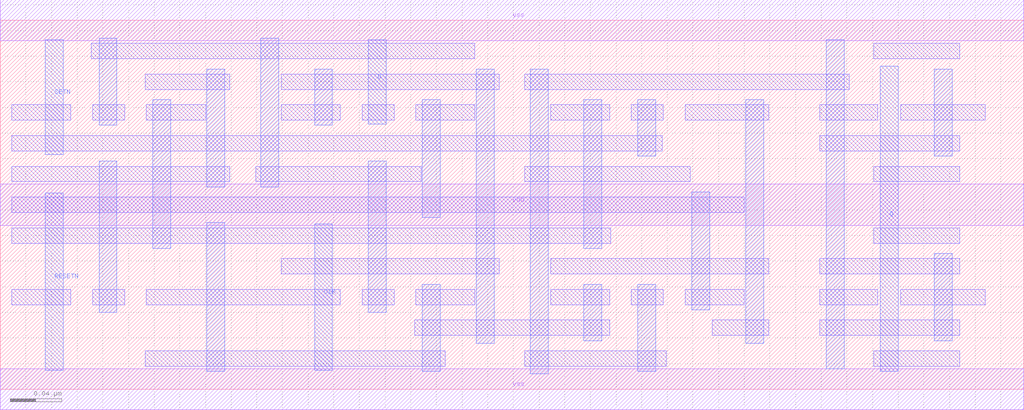
<source format=lef>
/******************************************************************************/
/* BSD 3-Clause License
/*
/* Copyright 2025 Dongwon Jang, Piyush Kumar, Da Eun Shim, Akshata Ashoka, Meghana Mallikarjuna, Azad Naeemi, or Georgia Institute of Technology
/*
/* Redistribution and use in source and binary forms, with or without 
/* modification, are permitted provided that the following conditions are met:
/*
/* 1. Redistributions of source code must retain the above copyright notice, 
/* this list of conditions and the following disclaimer.
/*
/* 2. Redistributions in binary form must reproduce the above copyright notice, 
/* this list of conditions and the following disclaimer in the documentation 
/* and/or other materials provided with the distribution.
/*
/* 3. Neither the name of the copyright holder nor the names of its contributors 
/* may be used to endorse or promote products derived from this software without 
/* specific prior written permission.
/*
/* THIS SOFTWARE IS PROVIDED BY THE COPYRIGHT HOLDERS AND CONTRIBUTORS “AS IS” 
/* AND ANY EXPRESS OR IMPLIED WARRANTIES, INCLUDING, BUT NOT LIMITED TO, 
/* THE IMPLIED WARRANTIES OF MERCHANTABILITY AND FITNESS FOR A PARTICULAR PURPOSE 
/* ARE DISCLAIMED. IN NO EVENT SHALL THE COPYRIGHT HOLDER OR CONTRIBUTORS BE LIABLE 
/* FOR ANY DIRECT, INDIRECT, INCIDENTAL, SPECIAL, EXEMPLARY, OR CONSEQUENTIAL DAMAGES 
/* (INCLUDING, BUT NOT LIMITED TO, PROCUREMENT OF SUBSTITUTE GOODS OR SERVICES; 
/* LOSS OF USE, DATA, OR PROFITS; OR BUSINESS INTERRUPTION) HOWEVER CAUSED AND 
/* ON ANY THEORY OF LIABILITY, WHETHER IN CONTRACT, STRICT LIABILITY, OR TORT 
/* (INCLUDING NEGLIGENCE OR OTHERWISE) ARISING IN ANY WAY OUT OF THE USE OF THIS 
/* SOFTWARE, EVEN IF ADVISED OF THE POSSIBILITY OF SUCH DAMAGE.
/******************************************************************************/


VERSION 5.8 ;
BUSBITCHARS "[]" ;
DIVIDERCHAR "/" ;

SITE gt2_6t
  CLASS CORE ;
  SIZE 0.042 BY 0.144 ;
  SYMMETRY Y ;
END gt2_6t

MACRO gt2_6t_and2_x1_w31_ulvt
  CLASS CORE  ;
  ORIGIN 0 0 ;
  SYMMETRY X Y ;
  SITE gt2_6t ;
FOREIGN gt2_6t_and2_x1_w31_ulvt 0 0 ;
  SIZE 0.168 BY 0.144 ;
  PIN A
    DIRECTION INPUT ;
    USE SIGNAL ;
    PORT
      LAYER M1 ;
        RECT 0.014 0.015 0.028 0.129 ;
    END
  END A
  PIN B
    DIRECTION INPUT ;
    USE SIGNAL ;
    PORT
      LAYER M1 ;
        RECT 0.077 0.014 0.091 0.13 ;
    END
  END B
  PIN vdd
    DIRECTION INOUT ;
    USE POWER ;
    PORT
      LAYER BPR ;
        RECT 0 0.128 0.168 0.16 ;
    END
  END vdd
  PIN vss
    DIRECTION INOUT ;
    USE GROUND ;
    PORT
      LAYER BPR ;
        RECT 0 -0.016 0.168 0.016 ;
    END
  END vss
  PIN Y
    DIRECTION OUTPUT ;
    USE SIGNAL ;
    PORT
      LAYER M1 ;
        RECT 0.042 0.014 0.056 0.13 ;
    END
  END Y
  OBS
    LAYER M0 SPACING 0 ;
      RECT 0.038 0.018 0.1595 0.03 ;
      RECT 0.0085 0.042 0.1595 0.054 ;
      RECT 0.0085 0.066 0.0545 0.078 ;
      RECT 0.0715 0.066 0.0965 0.078 ;
      RECT 0.1135 0.066 0.1595 0.078 ;
      RECT 0.0415 0.09 0.1595 0.102 ;
      RECT 0.038 0.114 0.1595 0.126 ;
    LAYER M1 SPACING 0 ;
      RECT 0.14 0.038 0.154 0.106 ;
  END
END gt2_6t_and2_x1_w31_ulvt

MACRO gt2_6t_and2_x2_w31_ulvt
  CLASS CORE  ;
  ORIGIN 0 0 ;
  SYMMETRY X Y ;
  SITE gt2_6t ;
FOREIGN gt2_6t_and2_x2_w31_ulvt 0 0 ;
  SIZE 0.21 BY 0.144 ;
  PIN A
    DIRECTION INPUT ;
    USE SIGNAL ;
    PORT
      LAYER M1 ;
        RECT 0.014 0.014 0.028 0.13 ;
    END
  END A
  PIN B
    DIRECTION INPUT ;
    USE SIGNAL ;
    PORT
      LAYER M1 ;
        RECT 0.077 0.014 0.091 0.13 ;
    END
  END B
  PIN vdd
    DIRECTION INOUT ;
    USE POWER ;
    PORT
      LAYER BPR ;
        RECT 0 0.128 0.21 0.16 ;
    END
  END vdd
  PIN vss
    DIRECTION INOUT ;
    USE GROUND ;
    PORT
      LAYER BPR ;
        RECT 0 -0.016 0.21 0.016 ;
    END
  END vss
  PIN Y
    DIRECTION OUTPUT ;
    USE SIGNAL ;
    PORT
      LAYER M1 ;
        RECT 0.042 0.014 0.056 0.13 ;
    END
  END Y
  OBS
    LAYER M0 SPACING 0 ;
      RECT 0.038 0.018 0.1595 0.03 ;
      RECT 0.0085 0.042 0.1595 0.054 ;
      RECT 0.0085 0.066 0.0545 0.078 ;
      RECT 0.0715 0.066 0.0965 0.078 ;
      RECT 0.1135 0.066 0.181 0.078 ;
      RECT 0.0415 0.09 0.1595 0.102 ;
      RECT 0.038 0.114 0.1595 0.126 ;
    LAYER M1 SPACING 0 ;
      RECT 0.14 0.038 0.154 0.106 ;
  END
END gt2_6t_and2_x2_w31_ulvt

MACRO gt2_6t_and2_x3_w31_ulvt
  CLASS CORE  ;
  ORIGIN 0 0 ;
  SYMMETRY X Y ;
  SITE gt2_6t ;
FOREIGN gt2_6t_and2_x3_w31_ulvt 0 0 ;
  SIZE 0.252 BY 0.144 ;
  PIN A
    DIRECTION INPUT ;
    USE SIGNAL ;
    PORT
      LAYER M1 ;
        RECT 0.014 0.014 0.028 0.13 ;
    END
  END A
  PIN B
    DIRECTION INPUT ;
    USE SIGNAL ;
    PORT
      LAYER M1 ;
        RECT 0.077 0.014 0.091 0.13 ;
    END
  END B
  PIN vdd
    DIRECTION INOUT ;
    USE POWER ;
    PORT
      LAYER BPR ;
        RECT 0 0.128 0.252 0.16 ;
    END
  END vdd
  PIN vss
    DIRECTION INOUT ;
    USE GROUND ;
    PORT
      LAYER BPR ;
        RECT 0 -0.016 0.252 0.016 ;
    END
  END vss
  PIN Y
    DIRECTION OUTPUT ;
    USE SIGNAL ;
    PORT
      LAYER M1 ;
        RECT 0.042 0.014 0.056 0.13 ;
    END
  END Y
  OBS
    LAYER M0 SPACING 0 ;
      RECT 0.038 0.018 0.2435 0.03 ;
      RECT 0.0085 0.042 0.1595 0.054 ;
      RECT 0.0085 0.066 0.0545 0.078 ;
      RECT 0.0715 0.066 0.0965 0.078 ;
      RECT 0.1135 0.066 0.223 0.078 ;
      RECT 0.0415 0.09 0.1595 0.102 ;
      RECT 0.038 0.114 0.2435 0.126 ;
    LAYER M1 SPACING 0 ;
      RECT 0.14 0.038 0.154 0.106 ;
  END
END gt2_6t_and2_x3_w31_ulvt

MACRO gt2_6t_and2_x4_w31_ulvt
  CLASS CORE  ;
  ORIGIN 0 0 ;
  SYMMETRY X Y ;
  SITE gt2_6t ;
FOREIGN gt2_6t_and2_x4_w31_ulvt 0 0 ;
  SIZE 0.294 BY 0.144 ;
  PIN A
    DIRECTION INPUT ;
    USE SIGNAL ;
    PORT
      LAYER M1 ;
        RECT 0.014 0.014 0.028 0.13 ;
    END
  END A
  PIN B
    DIRECTION INPUT ;
    USE SIGNAL ;
    PORT
      LAYER M1 ;
        RECT 0.077 0.014 0.091 0.13 ;
    END
  END B
  PIN vdd
    DIRECTION INOUT ;
    USE POWER ;
    PORT
      LAYER BPR ;
        RECT 0 0.128 0.294 0.16 ;
    END
  END vdd
  PIN vss
    DIRECTION INOUT ;
    USE GROUND ;
    PORT
      LAYER BPR ;
        RECT 0 -0.016 0.294 0.016 ;
    END
  END vss
  PIN Y
    DIRECTION OUTPUT ;
    USE SIGNAL ;
    PORT
      LAYER M1 ;
        RECT 0.042 0.014 0.056 0.13 ;
    END
  END Y
  OBS
    LAYER M0 SPACING 0 ;
      RECT 0.038 0.018 0.2435 0.03 ;
      RECT 0.0085 0.042 0.1595 0.054 ;
      RECT 0.0085 0.066 0.0545 0.078 ;
      RECT 0.0715 0.066 0.0965 0.078 ;
      RECT 0.1135 0.066 0.265 0.078 ;
      RECT 0.0415 0.09 0.1595 0.102 ;
      RECT 0.038 0.114 0.2435 0.126 ;
    LAYER M1 SPACING 0 ;
      RECT 0.14 0.038 0.154 0.106 ;
  END
END gt2_6t_and2_x4_w31_ulvt

MACRO gt2_6t_and3_x1_w31_ulvt
  CLASS CORE  ;
  ORIGIN 0 0 ;
  SYMMETRY X Y ;
  SITE gt2_6t ;
FOREIGN gt2_6t_and3_x1_w31_ulvt 0 0 ;
  SIZE 0.21 BY 0.144 ;
  PIN A
    DIRECTION INPUT ;
    USE SIGNAL ;
    PORT
      LAYER M1 ;
        RECT 0.014 0.014 0.028 0.13 ;
    END
  END A
  PIN B
    DIRECTION INPUT ;
    USE SIGNAL ;
    PORT
      LAYER M1 ;
        RECT 0.077 0.014 0.091 0.13 ;
    END
  END B
  PIN vdd
    DIRECTION INOUT ;
    USE POWER ;
    PORT
      LAYER BPR ;
        RECT 0 0.128 0.21 0.16 ;
    END
  END vdd
  PIN vss
    DIRECTION INOUT ;
    USE GROUND ;
    PORT
      LAYER BPR ;
        RECT 0 -0.016 0.21 0.016 ;
    END
  END vss
  PIN Y
    DIRECTION OUTPUT ;
    USE SIGNAL ;
    PORT
      LAYER M1 ;
        RECT 0.154 0.014 0.168 0.13 ;
    END
  END Y
  PIN C
    DIRECTION INOUT ;
    USE SIGNAL ;
    PORT
      LAYER M1 ;
        RECT 0.119 0.014 0.133 0.13 ;
    END
  END C
  OBS
    LAYER M0 SPACING 0 ;
      RECT 0.147 0.018 0.2015 0.03 ;
      RECT 0.0085 0.042 0.2015 0.054 ;
      RECT 0.0085 0.066 0.0545 0.078 ;
      RECT 0.0715 0.066 0.0965 0.078 ;
      RECT 0.1135 0.066 0.1385 0.078 ;
      RECT 0.1555 0.066 0.2015 0.078 ;
      RECT 0.0085 0.09 0.2015 0.102 ;
      RECT 0.147 0.114 0.2015 0.126 ;
  END
END gt2_6t_and3_x1_w31_ulvt

MACRO gt2_6t_ao211_x1_w31_ulvt
  CLASS CORE  ;
  ORIGIN 0 0 ;
  SYMMETRY X Y ;
  SITE gt2_6t ;
FOREIGN gt2_6t_ao211_x1_w31_ulvt 0 0 ;
  SIZE 0.294 BY 0.144 ;
  PIN B
    DIRECTION INOUT ;
    USE SIGNAL ;
    PORT
      LAYER M1 ;
        RECT 0.119 0.014 0.133 0.13 ;
    END
  END B
  PIN Y
    DIRECTION OUTPUT ;
    USE SIGNAL ;
    PORT
      LAYER M1 ;
        RECT 0.266 0.014 0.28 0.13 ;
    END
  END Y
  PIN vdd
    DIRECTION INOUT ;
    USE POWER ;
    PORT
      LAYER BPR ;
        RECT 0 0.128 0.294 0.16 ;
    END
  END vdd
  PIN vss
    DIRECTION INOUT ;
    USE GROUND ;
    PORT
      LAYER BPR ;
        RECT 0 -0.016 0.294 0.016 ;
    END
  END vss
  PIN A2
    DIRECTION INPUT ;
    USE SIGNAL ;
    PORT
      LAYER M1 ;
        RECT 0.035 0.014 0.049 0.13 ;
    END
  END A2
  PIN A1
    DIRECTION INPUT ;
    USE SIGNAL ;
    PORT
      LAYER M1 ;
        RECT 0.077 0.014 0.091 0.13 ;
    END
  END A1
  PIN C
    DIRECTION INOUT ;
    USE SIGNAL ;
    PORT
      LAYER M1 ;
        RECT 0.161 0.014 0.175 0.13 ;
    END
  END C
  OBS
    LAYER M0 SPACING 0 ;
      RECT 0.2605 0.018 0.2855 0.03 ;
      RECT 0.0925 0.042 0.2425 0.054 ;
      RECT 0.0085 0.066 0.0545 0.078 ;
      RECT 0.0715 0.066 0.0965 0.078 ;
      RECT 0.1135 0.066 0.1385 0.078 ;
      RECT 0.1555 0.066 0.1805 0.078 ;
      RECT 0.22 0.066 0.264 0.078 ;
      RECT 0.1705 0.09 0.2425 0.102 ;
      RECT 0.0085 0.114 0.1175 0.126 ;
      RECT 0.2605 0.114 0.2855 0.126 ;
    LAYER M1 SPACING 0 ;
      RECT 0.224 0.014 0.238 0.13 ;
  END
END gt2_6t_ao211_x1_w31_ulvt

MACRO gt2_6t_ao21_x1_w31_ulvt
  CLASS CORE  ;
  ORIGIN 0 0 ;
  SYMMETRY X Y ;
  SITE gt2_6t ;
FOREIGN gt2_6t_ao21_x1_w31_ulvt 0 0 ;
  SIZE 0.21 BY 0.144 ;
  PIN B
    DIRECTION INPUT ;
    USE SIGNAL ;
    PORT
      LAYER M1 ;
        RECT 0.119 0.014 0.133 0.13 ;
    END
  END B
  PIN Y
    DIRECTION OUTPUT ;
    USE SIGNAL ;
    PORT
      LAYER M1 ;
        RECT 0.154 0.014 0.168 0.13 ;
    END
  END Y
  PIN vdd
    DIRECTION INOUT ;
    USE POWER ;
    PORT
      LAYER BPR ;
        RECT 0 0.128 0.21 0.16 ;
    END
  END vdd
  PIN vss
    DIRECTION INOUT ;
    USE GROUND ;
    PORT
      LAYER BPR ;
        RECT 0 -0.016 0.21 0.016 ;
    END
  END vss
  PIN A2
    DIRECTION INPUT ;
    USE SIGNAL ;
    PORT
      LAYER M1 ;
        RECT 0.014 0.014 0.028 0.13 ;
    END
  END A2
  PIN A1
    DIRECTION INPUT ;
    USE SIGNAL ;
    PORT
      LAYER M1 ;
        RECT 0.077 0.014 0.091 0.13 ;
    END
  END A1
  OBS
    LAYER M0 SPACING 0 ;
      RECT 0.134 0.018 0.2015 0.03 ;
      RECT 0.0925 0.042 0.2015 0.054 ;
      RECT 0.0085 0.066 0.0545 0.078 ;
      RECT 0.0715 0.066 0.0965 0.078 ;
      RECT 0.1135 0.066 0.1385 0.078 ;
      RECT 0.1555 0.066 0.2015 0.078 ;
      RECT 0.0085 0.09 0.1385 0.102 ;
      RECT 0.0505 0.114 0.2015 0.126 ;
  END
END gt2_6t_ao21_x1_w31_ulvt

MACRO gt2_6t_ao22_x1_w31_ulvt
  CLASS CORE  ;
  ORIGIN 0 0 ;
  SYMMETRY X Y ;
  SITE gt2_6t ;
FOREIGN gt2_6t_ao22_x1_w31_ulvt 0 0 ;
  SIZE 0.294 BY 0.144 ;
  PIN B1
    DIRECTION INPUT ;
    USE SIGNAL ;
    PORT
      LAYER M1 ;
        RECT 0.161 0.014 0.175 0.13 ;
    END
  END B1
  PIN Y
    DIRECTION OUTPUT ;
    USE SIGNAL ;
    PORT
      LAYER M1 ;
        RECT 0.266 0.014 0.28 0.13 ;
    END
  END Y
  PIN vdd
    DIRECTION INOUT ;
    USE POWER ;
    PORT
      LAYER BPR ;
        RECT 0 0.128 0.294 0.16 ;
    END
  END vdd
  PIN vss
    DIRECTION INOUT ;
    USE GROUND ;
    PORT
      LAYER BPR ;
        RECT 0 -0.016 0.294 0.016 ;
    END
  END vss
  PIN A2
    DIRECTION INPUT ;
    USE SIGNAL ;
    PORT
      LAYER M1 ;
        RECT 0.077 0.014 0.091 0.13 ;
    END
  END A2
  PIN A1
    DIRECTION INPUT ;
    USE SIGNAL ;
    PORT
      LAYER M1 ;
        RECT 0.035 0.014 0.049 0.13 ;
    END
  END A1
  PIN B2
    DIRECTION INPUT ;
    USE SIGNAL ;
    PORT
      LAYER M1 ;
        RECT 0.119 0.014 0.133 0.13 ;
    END
  END B2
  OBS
    LAYER M0 SPACING 0 ;
      RECT 0.2605 0.018 0.2855 0.03 ;
      RECT 0.0925 0.042 0.2425 0.054 ;
      RECT 0.0085 0.066 0.0545 0.078 ;
      RECT 0.0715 0.066 0.0965 0.078 ;
      RECT 0.1135 0.066 0.1385 0.078 ;
      RECT 0.1555 0.066 0.1805 0.078 ;
      RECT 0.22 0.066 0.264 0.078 ;
      RECT 0.1345 0.09 0.2425 0.102 ;
      RECT 0.0085 0.114 0.2015 0.126 ;
      RECT 0.2605 0.114 0.2855 0.126 ;
    LAYER M1 SPACING 0 ;
      RECT 0.224 0.014 0.238 0.13 ;
  END
END gt2_6t_ao22_x1_w31_ulvt

MACRO gt2_6t_ao31_x1_w31_ulvt
  CLASS CORE  ;
  ORIGIN 0 0 ;
  SYMMETRY X Y ;
  SITE gt2_6t ;
FOREIGN gt2_6t_ao31_x1_w31_ulvt 0 0 ;
  SIZE 0.294 BY 0.144 ;
  PIN B
    DIRECTION INOUT ;
    USE SIGNAL ;
    PORT
      LAYER M1 ;
        RECT 0.161 0.014 0.175 0.13 ;
    END
  END B
  PIN Y
    DIRECTION OUTPUT ;
    USE SIGNAL ;
    PORT
      LAYER M1 ;
        RECT 0.266 0.014 0.28 0.13 ;
    END
  END Y
  PIN vdd
    DIRECTION INOUT ;
    USE POWER ;
    PORT
      LAYER BPR ;
        RECT 0 0.128 0.294 0.16 ;
    END
  END vdd
  PIN vss
    DIRECTION INOUT ;
    USE GROUND ;
    PORT
      LAYER BPR ;
        RECT 0 -0.016 0.294 0.016 ;
    END
  END vss
  PIN A2
    DIRECTION INPUT ;
    USE SIGNAL ;
    PORT
      LAYER M1 ;
        RECT 0.077 0.014 0.091 0.13 ;
    END
  END A2
  PIN A1
    DIRECTION INPUT ;
    USE SIGNAL ;
    PORT
      LAYER M1 ;
        RECT 0.035 0.014 0.049 0.13 ;
    END
  END A1
  PIN A3
    DIRECTION INOUT ;
    USE SIGNAL ;
    PORT
      LAYER M1 ;
        RECT 0.119 0.014 0.133 0.13 ;
    END
  END A3
  OBS
    LAYER M0 SPACING 0 ;
      RECT 0.2605 0.018 0.2855 0.03 ;
      RECT 0.0085 0.042 0.2425 0.054 ;
      RECT 0.0085 0.066 0.0545 0.078 ;
      RECT 0.0715 0.066 0.0965 0.078 ;
      RECT 0.1135 0.066 0.1385 0.078 ;
      RECT 0.1555 0.066 0.1805 0.078 ;
      RECT 0.22 0.066 0.264 0.078 ;
      RECT 0.1765 0.09 0.2425 0.102 ;
      RECT 0.0505 0.114 0.1595 0.126 ;
      RECT 0.2605 0.114 0.2855 0.126 ;
    LAYER M1 SPACING 0 ;
      RECT 0.224 0.014 0.238 0.13 ;
  END
END gt2_6t_ao31_x1_w31_ulvt

MACRO gt2_6t_ao32_x1_w31_ulvt
  CLASS CORE  ;
  ORIGIN 0 0 ;
  SYMMETRY X Y ;
  SITE gt2_6t ;
FOREIGN gt2_6t_ao32_x1_w31_ulvt 0 0 ;
  SIZE 0.336 BY 0.144 ;
  PIN B2
    DIRECTION INOUT ;
    USE SIGNAL ;
    PORT
      LAYER M1 ;
        RECT 0.161 0.014 0.175 0.13 ;
    END
  END B2
  PIN Y
    DIRECTION OUTPUT ;
    USE SIGNAL ;
    PORT
      LAYER M1 ;
        RECT 0.308 0.014 0.322 0.13 ;
    END
  END Y
  PIN vdd
    DIRECTION INOUT ;
    USE POWER ;
    PORT
      LAYER BPR ;
        RECT 0 0.128 0.336 0.16 ;
    END
  END vdd
  PIN vss
    DIRECTION INOUT ;
    USE GROUND ;
    PORT
      LAYER BPR ;
        RECT 0 -0.016 0.336 0.016 ;
    END
  END vss
  PIN A2
    DIRECTION INPUT ;
    USE SIGNAL ;
    PORT
      LAYER M1 ;
        RECT 0.077 0.014 0.091 0.13 ;
    END
  END A2
  PIN A1
    DIRECTION INPUT ;
    USE SIGNAL ;
    PORT
      LAYER M1 ;
        RECT 0.035 0.014 0.049 0.13 ;
    END
  END A1
  PIN A3
    DIRECTION INOUT ;
    USE SIGNAL ;
    PORT
      LAYER M1 ;
        RECT 0.119 0.014 0.133 0.13 ;
    END
  END A3
  PIN B1
    DIRECTION INOUT ;
    USE SIGNAL ;
    PORT
      LAYER M1 ;
        RECT 0.203 0.014 0.217 0.13 ;
    END
  END B1
  OBS
    LAYER M0 SPACING 0 ;
      RECT 0.3025 0.018 0.3275 0.03 ;
      RECT 0.0085 0.042 0.284 0.054 ;
      RECT 0.0085 0.066 0.0545 0.078 ;
      RECT 0.0715 0.066 0.0965 0.078 ;
      RECT 0.1135 0.066 0.1385 0.078 ;
      RECT 0.1555 0.066 0.1805 0.078 ;
      RECT 0.1975 0.066 0.2225 0.078 ;
      RECT 0.262 0.066 0.3065 0.078 ;
      RECT 0.1765 0.09 0.285 0.102 ;
      RECT 0.0505 0.114 0.2435 0.126 ;
      RECT 0.3025 0.114 0.3275 0.126 ;
    LAYER M1 SPACING 0 ;
      RECT 0.266 0.038 0.28 0.106 ;
  END
END gt2_6t_ao32_x1_w31_ulvt

MACRO gt2_6t_ao33_x1_w31_ulvt
  CLASS CORE  ;
  ORIGIN 0 0 ;
  SYMMETRY X Y ;
  SITE gt2_6t ;
FOREIGN gt2_6t_ao33_x1_w31_ulvt 0 0 ;
  SIZE 0.378 BY 0.144 ;
  PIN B2
    DIRECTION INOUT ;
    USE SIGNAL ;
    PORT
      LAYER M1 ;
        RECT 0.203 0.014 0.217 0.13 ;
    END
  END B2
  PIN Y
    DIRECTION OUTPUT ;
    USE SIGNAL ;
    PORT
      LAYER M1 ;
        RECT 0.35 0.014 0.364 0.13 ;
    END
  END Y
  PIN vdd
    DIRECTION INOUT ;
    USE POWER ;
    PORT
      LAYER BPR ;
        RECT 0 0.128 0.378 0.16 ;
    END
  END vdd
  PIN vss
    DIRECTION INOUT ;
    USE GROUND ;
    PORT
      LAYER BPR ;
        RECT 0 -0.016 0.378 0.016 ;
    END
  END vss
  PIN A2
    DIRECTION INPUT ;
    USE SIGNAL ;
    PORT
      LAYER M1 ;
        RECT 0.077 0.014 0.091 0.13 ;
    END
  END A2
  PIN A1
    DIRECTION INPUT ;
    USE SIGNAL ;
    PORT
      LAYER M1 ;
        RECT 0.035 0.014 0.049 0.13 ;
    END
  END A1
  PIN A3
    DIRECTION INOUT ;
    USE SIGNAL ;
    PORT
      LAYER M1 ;
        RECT 0.119 0.014 0.133 0.13 ;
    END
  END A3
  PIN B1
    DIRECTION INOUT ;
    USE SIGNAL ;
    PORT
      LAYER M1 ;
        RECT 0.245 0.014 0.259 0.13 ;
    END
  END B1
  PIN B3
    DIRECTION INOUT ;
    USE SIGNAL ;
    PORT
      LAYER M1 ;
        RECT 0.161 0.014 0.175 0.13 ;
    END
  END B3
  OBS
    LAYER M0 SPACING 0 ;
      RECT 0.3445 0.018 0.3695 0.03 ;
      RECT 0.0085 0.042 0.326 0.054 ;
      RECT 0.0085 0.066 0.0545 0.078 ;
      RECT 0.0715 0.066 0.0965 0.078 ;
      RECT 0.1135 0.066 0.1385 0.078 ;
      RECT 0.1555 0.066 0.1805 0.078 ;
      RECT 0.1975 0.066 0.2225 0.078 ;
      RECT 0.2395 0.066 0.2645 0.078 ;
      RECT 0.304 0.066 0.3485 0.078 ;
      RECT 0.1765 0.09 0.326 0.102 ;
      RECT 0.0505 0.114 0.2435 0.126 ;
      RECT 0.3445 0.114 0.3695 0.126 ;
    LAYER M1 SPACING 0 ;
      RECT 0.308 0.038 0.322 0.106 ;
  END
END gt2_6t_ao33_x1_w31_ulvt

MACRO gt2_6t_aoi211_x1_w31_ulvt
  CLASS CORE  ;
  ORIGIN 0 0 ;
  SYMMETRY X Y ;
  SITE gt2_6t ;
FOREIGN gt2_6t_aoi211_x1_w31_ulvt 0 0 ;
  SIZE 0.21 BY 0.144 ;
  PIN B
    DIRECTION INOUT ;
    USE SIGNAL ;
    PORT
      LAYER M1 ;
        RECT 0.119 0.014 0.133 0.13 ;
    END
  END B
  PIN Y
    DIRECTION OUTPUT ;
    USE SIGNAL ;
    PORT
      LAYER M1 ;
        RECT 0.154 0.014 0.168 0.13 ;
    END
  END Y
  PIN vdd
    DIRECTION INOUT ;
    USE POWER ;
    PORT
      LAYER BPR ;
        RECT 0 0.128 0.21 0.16 ;
    END
  END vdd
  PIN vss
    DIRECTION INOUT ;
    USE GROUND ;
    PORT
      LAYER BPR ;
        RECT 0 -0.016 0.21 0.016 ;
    END
  END vss
  PIN A2
    DIRECTION INPUT ;
    USE SIGNAL ;
    PORT
      LAYER M1 ;
        RECT 0.035 0.014 0.049 0.13 ;
    END
  END A2
  PIN A1
    DIRECTION INPUT ;
    USE SIGNAL ;
    PORT
      LAYER M1 ;
        RECT 0.077 0.014 0.091 0.13 ;
    END
  END A1
  PIN C
    DIRECTION INOUT ;
    USE SIGNAL ;
    PORT
      LAYER M1 ;
        RECT 0.182 0.014 0.196 0.13 ;
    END
  END C
  OBS
    LAYER M0 SPACING 0 ;
      RECT 0.0925 0.042 0.2015 0.054 ;
      RECT 0.0085 0.066 0.0545 0.078 ;
      RECT 0.0715 0.066 0.0965 0.078 ;
      RECT 0.1135 0.066 0.1385 0.078 ;
      RECT 0.1555 0.066 0.2015 0.078 ;
      RECT 0.1315 0.09 0.2015 0.102 ;
      RECT 0.0085 0.114 0.1175 0.126 ;
  END
END gt2_6t_aoi211_x1_w31_ulvt

MACRO gt2_6t_aoi21_x1_w31_ulvt
  CLASS CORE  ;
  ORIGIN 0 0 ;
  SYMMETRY X Y ;
  SITE gt2_6t ;
FOREIGN gt2_6t_aoi21_x1_w31_ulvt 0 0 ;
  SIZE 0.168 BY 0.144 ;
  PIN B
    DIRECTION INPUT ;
    USE SIGNAL ;
    PORT
      LAYER M1 ;
        RECT 0.119 0.015 0.133 0.129 ;
    END
  END B
  PIN Y
    DIRECTION OUTPUT ;
    USE SIGNAL ;
    PORT
      LAYER M1 ;
        RECT 0.042 0.015 0.056 0.13 ;
    END
  END Y
  PIN vdd
    DIRECTION INOUT ;
    USE POWER ;
    PORT
      LAYER BPR ;
        RECT 0 0.128 0.168 0.16 ;
    END
  END vdd
  PIN vss
    DIRECTION INOUT ;
    USE GROUND ;
    PORT
      LAYER BPR ;
        RECT 0 -0.016 0.168 0.016 ;
    END
  END vss
  PIN A2
    DIRECTION INPUT ;
    USE SIGNAL ;
    PORT
      LAYER M1 ;
        RECT 0.077 0.015 0.091 0.129 ;
    END
  END A2
  PIN A1
    DIRECTION INPUT ;
    USE SIGNAL ;
    PORT
      LAYER M1 ;
        RECT 0.014 0.015 0.028 0.129 ;
    END
  END A1
  OBS
    LAYER M0 SPACING 0 ;
      RECT 0.0085 0.042 0.16 0.054 ;
      RECT 0.0095 0.066 0.0545 0.078 ;
      RECT 0.0715 0.066 0.0965 0.078 ;
      RECT 0.1135 0.066 0.1385 0.078 ;
      RECT 0.0085 0.09 0.1175 0.102 ;
      RECT 0.038 0.114 0.0765 0.126 ;
  END
END gt2_6t_aoi21_x1_w31_ulvt

MACRO gt2_6t_aoi22_x1_w31_ulvt
  CLASS CORE  ;
  ORIGIN 0 0 ;
  SYMMETRY X Y ;
  SITE gt2_6t ;
FOREIGN gt2_6t_aoi22_x1_w31_ulvt 0 0 ;
  SIZE 0.21 BY 0.144 ;
  PIN B1
    DIRECTION INOUT ;
    USE SIGNAL ;
    PORT
      LAYER M1 ;
        RECT 0.182 0.014 0.196 0.13 ;
    END
  END B1
  PIN Y
    DIRECTION OUTPUT ;
    USE SIGNAL ;
    PORT
      LAYER M1 ;
        RECT 0.154 0.014 0.168 0.13 ;
    END
  END Y
  PIN vdd
    DIRECTION INOUT ;
    USE POWER ;
    PORT
      LAYER BPR ;
        RECT 0 0.128 0.21 0.16 ;
    END
  END vdd
  PIN vss
    DIRECTION INOUT ;
    USE GROUND ;
    PORT
      LAYER BPR ;
        RECT 0 -0.016 0.21 0.016 ;
    END
  END vss
  PIN A2
    DIRECTION INPUT ;
    USE SIGNAL ;
    PORT
      LAYER M1 ;
        RECT 0.077 0.014 0.091 0.13 ;
    END
  END A2
  PIN A1
    DIRECTION INPUT ;
    USE SIGNAL ;
    PORT
      LAYER M1 ;
        RECT 0.035 0.014 0.049 0.13 ;
    END
  END A1
  PIN B2
    DIRECTION INOUT ;
    USE SIGNAL ;
    PORT
      LAYER M1 ;
        RECT 0.119 0.014 0.133 0.13 ;
    END
  END B2
  OBS
    LAYER M0 SPACING 0 ;
      RECT 0.0925 0.042 0.177 0.054 ;
      RECT 0.0085 0.066 0.0545 0.078 ;
      RECT 0.0715 0.066 0.0965 0.078 ;
      RECT 0.1135 0.066 0.1385 0.078 ;
      RECT 0.1555 0.066 0.2015 0.078 ;
      RECT 0.129 0.09 0.177 0.102 ;
      RECT 0.0085 0.114 0.2015 0.126 ;
  END
END gt2_6t_aoi22_x1_w31_ulvt

MACRO gt2_6t_aoi31_x1_w31_ulvt
  CLASS CORE  ;
  ORIGIN 0 0 ;
  SYMMETRY X Y ;
  SITE gt2_6t ;
FOREIGN gt2_6t_aoi31_x1_w31_ulvt 0 0 ;
  SIZE 0.21 BY 0.144 ;
  PIN B
    DIRECTION INOUT ;
    USE SIGNAL ;
    PORT
      LAYER M1 ;
        RECT 0.182 0.014 0.196 0.13 ;
    END
  END B
  PIN Y
    DIRECTION OUTPUT ;
    USE SIGNAL ;
    PORT
      LAYER M1 ;
        RECT 0.154 0.014 0.168 0.13 ;
    END
  END Y
  PIN vdd
    DIRECTION INOUT ;
    USE POWER ;
    PORT
      LAYER BPR ;
        RECT 0 0.128 0.21 0.16 ;
    END
  END vdd
  PIN vss
    DIRECTION INOUT ;
    USE GROUND ;
    PORT
      LAYER BPR ;
        RECT 0 -0.016 0.21 0.016 ;
    END
  END vss
  PIN A2
    DIRECTION INPUT ;
    USE SIGNAL ;
    PORT
      LAYER M1 ;
        RECT 0.077 0.014 0.091 0.13 ;
    END
  END A2
  PIN A1
    DIRECTION INPUT ;
    USE SIGNAL ;
    PORT
      LAYER M1 ;
        RECT 0.035 0.014 0.049 0.13 ;
    END
  END A1
  PIN A3
    DIRECTION INOUT ;
    USE SIGNAL ;
    PORT
      LAYER M1 ;
        RECT 0.119 0.014 0.133 0.13 ;
    END
  END A3
  OBS
    LAYER M0 SPACING 0 ;
      RECT 0.0085 0.042 0.2015 0.054 ;
      RECT 0.0085 0.066 0.0545 0.078 ;
      RECT 0.0715 0.066 0.0965 0.078 ;
      RECT 0.1135 0.066 0.1385 0.078 ;
      RECT 0.1555 0.066 0.2015 0.078 ;
      RECT 0.1315 0.09 0.2015 0.102 ;
      RECT 0.0505 0.114 0.1595 0.126 ;
  END
END gt2_6t_aoi31_x1_w31_ulvt

MACRO gt2_6t_aoi32_x1_w31_ulvt
  CLASS CORE  ;
  ORIGIN 0 0 ;
  SYMMETRY X Y ;
  SITE gt2_6t ;
FOREIGN gt2_6t_aoi32_x1_w31_ulvt 0 0 ;
  SIZE 0.252 BY 0.144 ;
  PIN B2
    DIRECTION INOUT ;
    USE SIGNAL ;
    PORT
      LAYER M1 ;
        RECT 0.161 0.014 0.175 0.13 ;
    END
  END B2
  PIN Y
    DIRECTION OUTPUT ;
    USE SIGNAL ;
    PORT
      LAYER M1 ;
        RECT 0.196 0.014 0.21 0.13 ;
    END
  END Y
  PIN vdd
    DIRECTION INOUT ;
    USE POWER ;
    PORT
      LAYER BPR ;
        RECT 0 0.128 0.252 0.16 ;
    END
  END vdd
  PIN vss
    DIRECTION INOUT ;
    USE GROUND ;
    PORT
      LAYER BPR ;
        RECT 0 -0.016 0.252 0.016 ;
    END
  END vss
  PIN A2
    DIRECTION INPUT ;
    USE SIGNAL ;
    PORT
      LAYER M1 ;
        RECT 0.077 0.014 0.091 0.13 ;
    END
  END A2
  PIN A1
    DIRECTION INPUT ;
    USE SIGNAL ;
    PORT
      LAYER M1 ;
        RECT 0.035 0.014 0.049 0.13 ;
    END
  END A1
  PIN A3
    DIRECTION INOUT ;
    USE SIGNAL ;
    PORT
      LAYER M1 ;
        RECT 0.119 0.014 0.133 0.13 ;
    END
  END A3
  PIN B1
    DIRECTION INOUT ;
    USE SIGNAL ;
    PORT
      LAYER M1 ;
        RECT 0.224 0.014 0.238 0.13 ;
    END
  END B1
  OBS
    LAYER M0 SPACING 0 ;
      RECT 0.0085 0.042 0.2435 0.054 ;
      RECT 0.0085 0.066 0.0545 0.078 ;
      RECT 0.0715 0.066 0.0965 0.078 ;
      RECT 0.1135 0.066 0.1385 0.078 ;
      RECT 0.1555 0.066 0.1805 0.078 ;
      RECT 0.1975 0.066 0.2435 0.078 ;
      RECT 0.1765 0.09 0.2435 0.102 ;
      RECT 0.0505 0.114 0.2435 0.126 ;
  END
END gt2_6t_aoi32_x1_w31_ulvt

MACRO gt2_6t_aoi33_x1_w31_ulvt
  CLASS CORE  ;
  ORIGIN 0 0 ;
  SYMMETRY X Y ;
  SITE gt2_6t ;
FOREIGN gt2_6t_aoi33_x1_w31_ulvt 0 0 ;
  SIZE 0.294 BY 0.144 ;
  PIN B2
    DIRECTION INOUT ;
    USE SIGNAL ;
    PORT
      LAYER M1 ;
        RECT 0.203 0.014 0.217 0.13 ;
    END
  END B2
  PIN Y
    DIRECTION OUTPUT ;
    USE SIGNAL ;
    PORT
      LAYER M1 ;
        RECT 0.238 0.014 0.252 0.13 ;
    END
  END Y
  PIN vdd
    DIRECTION INOUT ;
    USE POWER ;
    PORT
      LAYER BPR ;
        RECT 0 0.128 0.294 0.16 ;
    END
  END vdd
  PIN vss
    DIRECTION INOUT ;
    USE GROUND ;
    PORT
      LAYER BPR ;
        RECT 0 -0.016 0.294 0.016 ;
    END
  END vss
  PIN A2
    DIRECTION INPUT ;
    USE SIGNAL ;
    PORT
      LAYER M1 ;
        RECT 0.077 0.014 0.091 0.13 ;
    END
  END A2
  PIN A1
    DIRECTION INPUT ;
    USE SIGNAL ;
    PORT
      LAYER M1 ;
        RECT 0.035 0.014 0.049 0.13 ;
    END
  END A1
  PIN A3
    DIRECTION INOUT ;
    USE SIGNAL ;
    PORT
      LAYER M1 ;
        RECT 0.119 0.014 0.133 0.13 ;
    END
  END A3
  PIN B1
    DIRECTION INOUT ;
    USE SIGNAL ;
    PORT
      LAYER M1 ;
        RECT 0.266 0.014 0.28 0.13 ;
    END
  END B1
  PIN B3
    DIRECTION INOUT ;
    USE SIGNAL ;
    PORT
      LAYER M1 ;
        RECT 0.161 0.014 0.175 0.13 ;
    END
  END B3
  OBS
    LAYER M0 SPACING 0 ;
      RECT 0.0085 0.042 0.2855 0.054 ;
      RECT 0.0085 0.066 0.0545 0.078 ;
      RECT 0.0715 0.066 0.0965 0.078 ;
      RECT 0.1135 0.066 0.1385 0.078 ;
      RECT 0.1555 0.066 0.1805 0.078 ;
      RECT 0.1975 0.066 0.2225 0.078 ;
      RECT 0.2395 0.066 0.2855 0.078 ;
      RECT 0.1765 0.09 0.2855 0.102 ;
      RECT 0.0505 0.114 0.2435 0.126 ;
  END
END gt2_6t_aoi33_x1_w31_ulvt

MACRO gt2_6t_buf_x1_w31_ulvt
  CLASS CORE  ;
  ORIGIN 0 0 ;
  SYMMETRY X Y ;
  SITE gt2_6t ;
FOREIGN gt2_6t_buf_x1_w31_ulvt 0 0 ;
  SIZE 0.126 BY 0.144 ;
  PIN A
    DIRECTION INPUT ;
    USE SIGNAL ;
    PORT
      LAYER M1 ;
        RECT 0.014 0.015 0.028 0.129 ;
    END
  END A
  PIN Y
    DIRECTION OUTPUT ;
    USE SIGNAL ;
    PORT
      LAYER M1 ;
        RECT 0.056 0.014 0.07 0.13 ;
    END
  END Y
  PIN vdd
    DIRECTION INOUT ;
    USE POWER ;
    PORT
      LAYER BPR ;
        RECT 0 0.128 0.126 0.16 ;
    END
  END vdd
  PIN vss
    DIRECTION INOUT ;
    USE GROUND ;
    PORT
      LAYER BPR ;
        RECT 0 -0.016 0.126 0.016 ;
    END
  END vss
  OBS
    LAYER M0 SPACING 0 ;
      RECT 0.052 0.018 0.1175 0.03 ;
      RECT 0.0085 0.042 0.1175 0.054 ;
      RECT 0.0085 0.066 0.054 0.078 ;
      RECT 0.072 0.066 0.1175 0.078 ;
      RECT 0.0085 0.09 0.1175 0.102 ;
      RECT 0.052 0.114 0.1175 0.126 ;
    LAYER M1 SPACING 0 ;
      RECT 0.098 0.038 0.112 0.106 ;
  END
END gt2_6t_buf_x1_w31_ulvt

MACRO gt2_6t_buf_x10_w31_ulvt
  CLASS CORE  ;
  ORIGIN 0 0 ;
  SYMMETRY X Y ;
  SITE gt2_6t ;
FOREIGN gt2_6t_buf_x10_w31_ulvt 0 0 ;
  SIZE 0.588 BY 0.144 ;
  PIN vdd
    DIRECTION INOUT ;
    USE POWER ;
    PORT
      LAYER BPR ;
        RECT 0 0.128 0.588 0.16 ;
    END
  END vdd
  PIN vss
    DIRECTION INOUT ;
    USE GROUND ;
    PORT
      LAYER BPR ;
        RECT 0 -0.016 0.588 0.016 ;
    END
  END vss
  PIN Y
    DIRECTION OUTPUT ;
    USE SIGNAL ;
    PORT
      LAYER M1 ;
        RECT 0.14 0.014 0.154 0.13 ;
    END
  END Y
  PIN A
    DIRECTION INPUT ;
    USE SIGNAL ;
    PORT
      LAYER M1 ;
        RECT 0.098 0.0155 0.112 0.1285 ;
    END
  END A
  OBS
    LAYER M1 SPACING 0 ;
      RECT 0.182 0.038 0.196 0.106 ;
    LAYER M0 SPACING 0 ;
      RECT 0.1345 0.018 0.5375 0.03 ;
      RECT 0.0085 0.042 0.2015 0.054 ;
      RECT 0.03 0.066 0.138 0.078 ;
      RECT 0.156 0.066 0.558 0.078 ;
      RECT 0.0085 0.09 0.2015 0.102 ;
      RECT 0.1345 0.114 0.5375 0.126 ;
  END
END gt2_6t_buf_x10_w31_ulvt

MACRO gt2_6t_buf_x12_w31_ulvt
  CLASS CORE  ;
  ORIGIN 0 0 ;
  SYMMETRY X Y ;
  SITE gt2_6t ;
FOREIGN gt2_6t_buf_x12_w31_ulvt 0 0 ;
  SIZE 0.672 BY 0.144 ;
  PIN vdd
    DIRECTION INOUT ;
    USE POWER ;
    PORT
      LAYER BPR ;
        RECT 0 0.128 0.672 0.16 ;
    END
  END vdd
  PIN vss
    DIRECTION INOUT ;
    USE GROUND ;
    PORT
      LAYER BPR ;
        RECT 0 -0.016 0.672 0.016 ;
    END
  END vss
  PIN Y
    DIRECTION OUTPUT ;
    USE SIGNAL ;
    PORT
      LAYER M1 ;
        RECT 0.14 0.014 0.154 0.13 ;
    END
  END Y
  PIN A
    DIRECTION INPUT ;
    USE SIGNAL ;
    PORT
      LAYER M1 ;
        RECT 0.098 0.0155 0.112 0.1285 ;
    END
  END A
  OBS
    LAYER M1 SPACING 0 ;
      RECT 0.182 0.038 0.196 0.106 ;
    LAYER M0 SPACING 0 ;
      RECT 0.1345 0.018 0.6215 0.03 ;
      RECT 0.0085 0.042 0.2015 0.054 ;
      RECT 0.03 0.066 0.138 0.078 ;
      RECT 0.156 0.066 0.642 0.078 ;
      RECT 0.0085 0.09 0.2015 0.102 ;
      RECT 0.1345 0.114 0.6215 0.126 ;
  END
END gt2_6t_buf_x12_w31_ulvt

MACRO gt2_6t_buf_x2_w31_ulvt
  CLASS CORE  ;
  ORIGIN 0 0 ;
  SYMMETRY X Y ;
  SITE gt2_6t ;
FOREIGN gt2_6t_buf_x2_w31_ulvt 0 0 ;
  SIZE 0.168 BY 0.144 ;
  PIN vdd
    DIRECTION INOUT ;
    USE POWER ;
    PORT
      LAYER BPR ;
        RECT 0 0.128 0.168 0.16 ;
    END
  END vdd
  PIN vss
    DIRECTION INOUT ;
    USE GROUND ;
    PORT
      LAYER BPR ;
        RECT 0 -0.016 0.168 0.016 ;
    END
  END vss
  PIN Y
    DIRECTION OUTPUT ;
    USE SIGNAL ;
    PORT
      LAYER M1 ;
        RECT 0.056 0.014 0.07 0.13 ;
    END
  END Y
  PIN A
    DIRECTION INPUT ;
    USE SIGNAL ;
    PORT
      LAYER M1 ;
        RECT 0.014 0.0155 0.028 0.1285 ;
    END
  END A
  OBS
    LAYER M1 SPACING 0 ;
      RECT 0.098 0.038 0.112 0.106 ;
    LAYER M0 SPACING 0 ;
      RECT 0.0505 0.018 0.1175 0.03 ;
      RECT 0.0085 0.042 0.1175 0.054 ;
      RECT 0.0085 0.066 0.054 0.078 ;
      RECT 0.072 0.066 0.138 0.078 ;
      RECT 0.0085 0.09 0.1175 0.102 ;
      RECT 0.0505 0.114 0.1175 0.126 ;
  END
END gt2_6t_buf_x2_w31_ulvt

MACRO gt2_6t_buf_x3_w31_ulvt
  CLASS CORE  ;
  ORIGIN 0 0 ;
  SYMMETRY X Y ;
  SITE gt2_6t ;
FOREIGN gt2_6t_buf_x3_w31_ulvt 0 0 ;
  SIZE 0.21 BY 0.144 ;
  PIN vdd
    DIRECTION INOUT ;
    USE POWER ;
    PORT
      LAYER BPR ;
        RECT 0 0.128 0.21 0.16 ;
    END
  END vdd
  PIN vss
    DIRECTION INOUT ;
    USE GROUND ;
    PORT
      LAYER BPR ;
        RECT 0 -0.016 0.21 0.016 ;
    END
  END vss
  PIN Y
    DIRECTION OUTPUT ;
    USE SIGNAL ;
    PORT
      LAYER M1 ;
        RECT 0.056 0.014 0.07 0.13 ;
    END
  END Y
  PIN A
    DIRECTION INPUT ;
    USE SIGNAL ;
    PORT
      LAYER M1 ;
        RECT 0.014 0.0155 0.028 0.1285 ;
    END
  END A
  OBS
    LAYER M1 SPACING 0 ;
      RECT 0.098 0.038 0.112 0.106 ;
    LAYER M0 SPACING 0 ;
      RECT 0.0505 0.018 0.2015 0.03 ;
      RECT 0.0085 0.042 0.1175 0.054 ;
      RECT 0.0085 0.066 0.054 0.078 ;
      RECT 0.072 0.066 0.18 0.078 ;
      RECT 0.0085 0.09 0.1175 0.102 ;
      RECT 0.0505 0.114 0.2015 0.126 ;
  END
END gt2_6t_buf_x3_w31_ulvt

MACRO gt2_6t_buf_x4_w31_ulvt
  CLASS CORE  ;
  ORIGIN 0 0 ;
  SYMMETRY X Y ;
  SITE gt2_6t ;
FOREIGN gt2_6t_buf_x4_w31_ulvt 0 0 ;
  SIZE 0.252 BY 0.144 ;
  PIN vdd
    DIRECTION INOUT ;
    USE POWER ;
    PORT
      LAYER BPR ;
        RECT 0 0.128 0.252 0.16 ;
    END
  END vdd
  PIN vss
    DIRECTION INOUT ;
    USE GROUND ;
    PORT
      LAYER BPR ;
        RECT 0 -0.016 0.252 0.016 ;
    END
  END vss
  PIN Y
    DIRECTION OUTPUT ;
    USE SIGNAL ;
    PORT
      LAYER M1 ;
        RECT 0.056 0.014 0.07 0.13 ;
    END
  END Y
  PIN A
    DIRECTION INPUT ;
    USE SIGNAL ;
    PORT
      LAYER M1 ;
        RECT 0.014 0.0155 0.028 0.1285 ;
    END
  END A
  OBS
    LAYER M1 SPACING 0 ;
      RECT 0.098 0.038 0.112 0.106 ;
    LAYER M0 SPACING 0 ;
      RECT 0.0505 0.018 0.2015 0.03 ;
      RECT 0.0085 0.042 0.1175 0.054 ;
      RECT 0.0085 0.066 0.054 0.078 ;
      RECT 0.072 0.066 0.222 0.078 ;
      RECT 0.0085 0.09 0.1175 0.102 ;
      RECT 0.0505 0.114 0.2015 0.126 ;
  END
END gt2_6t_buf_x4_w31_ulvt

MACRO gt2_6t_buf_x6_w31_ulvt
  CLASS CORE  ;
  ORIGIN 0 0 ;
  SYMMETRY X Y ;
  SITE gt2_6t ;
FOREIGN gt2_6t_buf_x6_w31_ulvt 0 0 ;
  SIZE 0.378 BY 0.144 ;
  PIN vdd
    DIRECTION INOUT ;
    USE POWER ;
    PORT
      LAYER BPR ;
        RECT 0 0.128 0.378 0.16 ;
    END
  END vdd
  PIN vss
    DIRECTION INOUT ;
    USE GROUND ;
    PORT
      LAYER BPR ;
        RECT 0 -0.016 0.378 0.016 ;
    END
  END vss
  PIN Y
    DIRECTION OUTPUT ;
    USE SIGNAL ;
    PORT
      LAYER M1 ;
        RECT 0.098 0.014 0.112 0.13 ;
    END
  END Y
  PIN A
    DIRECTION INPUT ;
    USE SIGNAL ;
    PORT
      LAYER M1 ;
        RECT 0.056 0.0155 0.07 0.1285 ;
    END
  END A
  OBS
    LAYER M1 SPACING 0 ;
      RECT 0.14 0.038 0.154 0.106 ;
    LAYER M0 SPACING 0 ;
      RECT 0.0925 0.018 0.3275 0.03 ;
      RECT 0.0505 0.042 0.1595 0.054 ;
      RECT 0.03 0.066 0.096 0.078 ;
      RECT 0.114 0.066 0.348 0.078 ;
      RECT 0.0505 0.09 0.1595 0.102 ;
      RECT 0.0925 0.114 0.3275 0.126 ;
  END
END gt2_6t_buf_x6_w31_ulvt

MACRO gt2_6t_buf_x8_w31_ulvt
  CLASS CORE  ;
  ORIGIN 0 0 ;
  SYMMETRY X Y ;
  SITE gt2_6t ;
FOREIGN gt2_6t_buf_x8_w31_ulvt 0 0 ;
  SIZE 0.462 BY 0.144 ;
  PIN vdd
    DIRECTION INOUT ;
    USE POWER ;
    PORT
      LAYER BPR ;
        RECT 0 0.128 0.462 0.16 ;
    END
  END vdd
  PIN vss
    DIRECTION INOUT ;
    USE GROUND ;
    PORT
      LAYER BPR ;
        RECT 0 -0.016 0.462 0.016 ;
    END
  END vss
  PIN Y
    DIRECTION OUTPUT ;
    USE SIGNAL ;
    PORT
      LAYER M1 ;
        RECT 0.098 0.014 0.112 0.13 ;
    END
  END Y
  PIN A
    DIRECTION INPUT ;
    USE SIGNAL ;
    PORT
      LAYER M1 ;
        RECT 0.056 0.0155 0.07 0.1285 ;
    END
  END A
  OBS
    LAYER M1 SPACING 0 ;
      RECT 0.14 0.038 0.154 0.106 ;
    LAYER M0 SPACING 0 ;
      RECT 0.0925 0.018 0.4115 0.03 ;
      RECT 0.0505 0.042 0.1595 0.054 ;
      RECT 0.03 0.066 0.096 0.078 ;
      RECT 0.114 0.066 0.432 0.078 ;
      RECT 0.0505 0.09 0.1595 0.102 ;
      RECT 0.0925 0.114 0.4115 0.126 ;
  END
END gt2_6t_buf_x8_w31_ulvt

MACRO gt2_6t_decapcc
  CLASS CORE  ;
  ORIGIN 0 0 ;
  SYMMETRY X Y ;
  SITE gt2_6t ;
  FOREIGN gt2_6t_decapcc 0 0 ;
  SIZE 0.084 BY 0.144 ;
  PIN vdd
    DIRECTION INOUT ;
    USE POWER ;
    PORT
      LAYER BPR ;
        RECT 0 0.128 0.084 0.16 ;
    END
  END vdd
  PIN vss
    DIRECTION INOUT ;
    USE GROUND ;
    PORT
      LAYER BPR ;
        RECT 0 -0.016 0.084 0.016 ;
    END
  END vss
  OBS
    LAYER M1 ;
      RECT 0.014 0.015 0.028 0.13 ;
      RECT 0.056 0.014 0.07 0.129 ;
  END
END gt2_6t_decapcc

MACRO gt2_6t_dffasync_x1_w31_ulvt
  CLASS CORE  ;
  ORIGIN 0 0 ;
  SYMMETRY X Y ;
  SITE gt2_6t ;
FOREIGN gt2_6t_dffasync_x1_w31_ulvt 0 0 ;
  SIZE 0.63 BY 0.288 ;
  PIN CLK
    DIRECTION INPUT ;
    USE SIGNAL ;
    PORT
      LAYER M1 ;
        RECT 0.245 0.015 0.259 0.129 ;
    END
  END CLK
  PIN D
    DIRECTION INOUT ;
    USE SIGNAL ;
    PORT
      LAYER M1 ;
        RECT 0.287 0.206 0.301 0.273 ;
    END
  END D
  PIN vdd
    DIRECTION INOUT ;
    USE POWER ;
    PORT
      LAYER BPR ;
        RECT 0 0.128 0.63 0.16 ;
    END
  END vdd
  PIN Q
    DIRECTION OUTPUT ;
    USE SIGNAL ;
    PORT
      LAYER M1 ;
        RECT 0.413 0.0115 0.427 0.25 ;
    END
  END Q
  PIN RESETN
    DIRECTION INPUT ;
    USE SIGNAL ;
    PORT
      LAYER M1 ;
        RECT 0.035 0.015 0.049 0.154 ;
    END
  END RESETN
  PIN SETN
    DIRECTION INPUT ;
    USE SIGNAL ;
    PORT
      LAYER M1 ;
        RECT 0.035 0.182 0.049 0.273 ;
    END
  END SETN
  PIN vss
    DIRECTION INOUT ;
    USE GROUND ;
    PORT
      LAYER BPR ;
        RECT 0 0.272 0.63 0.304 ;
    END
    PORT
      LAYER BPR ;
        RECT 0 -0.016 0.63 0.016 ;
    END
  END vss
  OBS
    LAYER M1 SPACING 0 ;
      RECT 0.161 0.014 0.175 0.13 ;
      RECT 0.329 0.014 0.343 0.082 ;
      RECT 0.497 0.014 0.511 0.082 ;
      RECT 0.371 0.036 0.385 0.25 ;
      RECT 0.581 0.036 0.595 0.226 ;
      RECT 0.455 0.038 0.469 0.082 ;
      RECT 0.077 0.06 0.091 0.178 ;
      RECT 0.287 0.06 0.301 0.178 ;
      RECT 0.539 0.062 0.553 0.154 ;
      RECT 0.119 0.11 0.133 0.226 ;
      RECT 0.455 0.11 0.469 0.226 ;
      RECT 0.329 0.134 0.343 0.226 ;
      RECT 0.161 0.158 0.175 0.25 ;
      RECT 0.203 0.158 0.217 0.274 ;
      RECT 0.497 0.182 0.511 0.226 ;
      RECT 0.077 0.206 0.091 0.274 ;
      RECT 0.245 0.206 0.259 0.25 ;
    LAYER M0 SPACING 0 ;
      RECT 0.113 0.018 0.347 0.03 ;
      RECT 0.409 0.018 0.5185 0.03 ;
      RECT 0.323 0.042 0.475 0.054 ;
      RECT 0.5545 0.042 0.599 0.054 ;
      RECT 0.0085 0.066 0.0545 0.078 ;
      RECT 0.0715 0.066 0.0965 0.078 ;
      RECT 0.1135 0.066 0.2645 0.078 ;
      RECT 0.2815 0.066 0.3065 0.078 ;
      RECT 0.3235 0.066 0.3695 0.078 ;
      RECT 0.4285 0.066 0.4745 0.078 ;
      RECT 0.4915 0.066 0.5165 0.078 ;
      RECT 0.5335 0.066 0.5795 0.078 ;
      RECT 0.2185 0.09 0.389 0.102 ;
      RECT 0.4285 0.09 0.599 0.102 ;
      RECT 0.0085 0.114 0.4755 0.126 ;
      RECT 0.0085 0.138 0.5795 0.15 ;
      RECT 0.0085 0.162 0.179 0.174 ;
      RECT 0.199 0.162 0.3275 0.174 ;
      RECT 0.409 0.162 0.5375 0.174 ;
      RECT 0.0085 0.186 0.5155 0.198 ;
      RECT 0.0085 0.21 0.0545 0.222 ;
      RECT 0.0715 0.21 0.0965 0.222 ;
      RECT 0.1135 0.21 0.1595 0.222 ;
      RECT 0.2185 0.21 0.2645 0.222 ;
      RECT 0.2815 0.21 0.3065 0.222 ;
      RECT 0.3235 0.21 0.3695 0.222 ;
      RECT 0.4285 0.21 0.4745 0.222 ;
      RECT 0.4915 0.21 0.5165 0.222 ;
      RECT 0.5335 0.21 0.599 0.222 ;
      RECT 0.113 0.234 0.179 0.246 ;
      RECT 0.2185 0.234 0.389 0.246 ;
      RECT 0.409 0.234 0.5795 0.246 ;
      RECT 0.071 0.258 0.3695 0.27 ;
  END
END gt2_6t_dffasync_x1_w31_ulvt

MACRO gt2_6t_dffasync_x2_w31_ulvt
  CLASS CORE  ;
  ORIGIN 0 0 ;
  SYMMETRY X Y ;
  SITE gt2_6t ;
FOREIGN gt2_6t_dffasync_x2_w31_ulvt 0 0 ;
  SIZE 0.756 BY 0.288 ;
  PIN CLK
    DIRECTION INPUT ;
    USE SIGNAL ;
    PORT
      LAYER M1 ;
        RECT 0.245 0.015 0.259 0.129 ;
    END
  END CLK
  PIN D
    DIRECTION INOUT ;
    USE SIGNAL ;
    PORT
      LAYER M1 ;
        RECT 0.287 0.207 0.301 0.273 ;
    END
  END D
  PIN vdd
    DIRECTION INOUT ;
    USE POWER ;
    PORT
      LAYER BPR ;
        RECT 0 0.128 0.756 0.16 ;
    END
  END vdd
  PIN Q
    DIRECTION OUTPUT ;
    USE SIGNAL ;
    PORT
      LAYER M1 ;
        RECT 0.686 0.014 0.7 0.2515 ;
    END
  END Q
  PIN RESETN
    DIRECTION INPUT ;
    USE SIGNAL ;
    PORT
      LAYER M1 ;
        RECT 0.035 0.015 0.049 0.153 ;
    END
  END RESETN
  PIN SETN
    DIRECTION INPUT ;
    USE SIGNAL ;
    PORT
      LAYER M1 ;
        RECT 0.035 0.183 0.049 0.273 ;
    END
  END SETN
  PIN vss
    DIRECTION INOUT ;
    USE GROUND ;
    PORT
      LAYER BPR ;
        RECT 0 0.272 0.756 0.304 ;
    END
    PORT
      LAYER BPR ;
        RECT 0 -0.016 0.756 0.016 ;
    END
  END vss
  OBS
    LAYER M1 SPACING 0 ;
      RECT 0.413 0.0115 0.427 0.25 ;
      RECT 0.161 0.014 0.175 0.13 ;
      RECT 0.329 0.014 0.343 0.082 ;
      RECT 0.497 0.014 0.511 0.082 ;
      RECT 0.644 0.015 0.658 0.273 ;
      RECT 0.371 0.036 0.385 0.25 ;
      RECT 0.581 0.036 0.595 0.226 ;
      RECT 0.455 0.038 0.469 0.082 ;
      RECT 0.728 0.038 0.742 0.106 ;
      RECT 0.077 0.06 0.091 0.178 ;
      RECT 0.287 0.06 0.301 0.178 ;
      RECT 0.539 0.062 0.553 0.154 ;
      RECT 0.119 0.11 0.133 0.226 ;
      RECT 0.455 0.11 0.469 0.226 ;
      RECT 0.329 0.134 0.343 0.226 ;
      RECT 0.161 0.158 0.175 0.25 ;
      RECT 0.203 0.158 0.217 0.274 ;
      RECT 0.497 0.182 0.511 0.226 ;
      RECT 0.728 0.182 0.742 0.25 ;
      RECT 0.077 0.206 0.091 0.274 ;
      RECT 0.245 0.206 0.259 0.25 ;
    LAYER M0 SPACING 0 ;
      RECT 0.113 0.018 0.347 0.03 ;
      RECT 0.409 0.018 0.5185 0.03 ;
      RECT 0.682 0.018 0.7475 0.03 ;
      RECT 0.323 0.042 0.475 0.054 ;
      RECT 0.5545 0.042 0.599 0.054 ;
      RECT 0.6385 0.042 0.7475 0.054 ;
      RECT 0.0085 0.066 0.0545 0.078 ;
      RECT 0.0715 0.066 0.0965 0.078 ;
      RECT 0.1135 0.066 0.2645 0.078 ;
      RECT 0.2815 0.066 0.3065 0.078 ;
      RECT 0.3235 0.066 0.3695 0.078 ;
      RECT 0.4285 0.066 0.4745 0.078 ;
      RECT 0.4915 0.066 0.5165 0.078 ;
      RECT 0.5335 0.066 0.5795 0.078 ;
      RECT 0.6385 0.066 0.684 0.078 ;
      RECT 0.702 0.066 0.7475 0.078 ;
      RECT 0.2185 0.09 0.389 0.102 ;
      RECT 0.4285 0.09 0.599 0.102 ;
      RECT 0.6385 0.09 0.7475 0.102 ;
      RECT 0.0085 0.114 0.4755 0.126 ;
      RECT 0.682 0.114 0.7475 0.126 ;
      RECT 0.0085 0.138 0.5795 0.15 ;
      RECT 0.0085 0.162 0.179 0.174 ;
      RECT 0.199 0.162 0.3275 0.174 ;
      RECT 0.409 0.162 0.5375 0.174 ;
      RECT 0.682 0.162 0.7475 0.174 ;
      RECT 0.0085 0.186 0.5155 0.198 ;
      RECT 0.6385 0.186 0.7475 0.198 ;
      RECT 0.0085 0.21 0.0545 0.222 ;
      RECT 0.0715 0.21 0.0965 0.222 ;
      RECT 0.1135 0.21 0.1595 0.222 ;
      RECT 0.2185 0.21 0.2645 0.222 ;
      RECT 0.2815 0.21 0.3065 0.222 ;
      RECT 0.3235 0.21 0.3695 0.222 ;
      RECT 0.4285 0.21 0.4745 0.222 ;
      RECT 0.4915 0.21 0.5165 0.222 ;
      RECT 0.5335 0.21 0.599 0.222 ;
      RECT 0.6385 0.21 0.684 0.222 ;
      RECT 0.702 0.21 0.7475 0.222 ;
      RECT 0.113 0.234 0.179 0.246 ;
      RECT 0.2185 0.234 0.389 0.246 ;
      RECT 0.409 0.234 0.662 0.246 ;
      RECT 0.071 0.258 0.3695 0.27 ;
  END
END gt2_6t_dffasync_x2_w31_ulvt

MACRO gt2_6t_dffasync_x4_w31_ulvt
  CLASS CORE  ;
  ORIGIN 0 0 ;
  SYMMETRY X Y ;
  SITE gt2_6t ;
FOREIGN gt2_6t_dffasync_x4_w31_ulvt 0 0 ;
  SIZE 0.798 BY 0.288 ;
  PIN CLK
    DIRECTION INPUT ;
    USE SIGNAL ;
    PORT
      LAYER M1 ;
        RECT 0.245 0.015 0.259 0.129 ;
    END
  END CLK
  PIN D
    DIRECTION INOUT ;
    USE SIGNAL ;
    PORT
      LAYER M1 ;
        RECT 0.287 0.207 0.301 0.273 ;
    END
  END D
  PIN vdd
    DIRECTION INOUT ;
    USE POWER ;
    PORT
      LAYER BPR ;
        RECT 0 0.128 0.798 0.16 ;
    END
  END vdd
  PIN Q
    DIRECTION OUTPUT ;
    USE SIGNAL ;
    PORT
      LAYER M1 ;
        RECT 0.686 0.014 0.7 0.2515 ;
    END
  END Q
  PIN RESETN
    DIRECTION INPUT ;
    USE SIGNAL ;
    PORT
      LAYER M1 ;
        RECT 0.035 0.015 0.049 0.153 ;
    END
  END RESETN
  PIN SETN
    DIRECTION INPUT ;
    USE SIGNAL ;
    PORT
      LAYER M1 ;
        RECT 0.035 0.183 0.049 0.273 ;
    END
  END SETN
  PIN vss
    DIRECTION INOUT ;
    USE GROUND ;
    PORT
      LAYER BPR ;
        RECT 0 0.272 0.798 0.304 ;
    END
    PORT
      LAYER BPR ;
        RECT 0 -0.016 0.798 0.016 ;
    END
  END vss
  OBS
    LAYER M1 SPACING 0 ;
      RECT 0.413 0.0115 0.427 0.25 ;
      RECT 0.161 0.014 0.175 0.13 ;
      RECT 0.329 0.014 0.343 0.082 ;
      RECT 0.497 0.014 0.511 0.082 ;
      RECT 0.644 0.0155 0.658 0.2725 ;
      RECT 0.371 0.036 0.385 0.25 ;
      RECT 0.581 0.036 0.595 0.226 ;
      RECT 0.455 0.038 0.469 0.082 ;
      RECT 0.728 0.038 0.742 0.106 ;
      RECT 0.077 0.06 0.091 0.178 ;
      RECT 0.287 0.06 0.301 0.178 ;
      RECT 0.539 0.062 0.553 0.154 ;
      RECT 0.119 0.11 0.133 0.226 ;
      RECT 0.455 0.11 0.469 0.226 ;
      RECT 0.329 0.134 0.343 0.226 ;
      RECT 0.161 0.158 0.175 0.25 ;
      RECT 0.203 0.158 0.217 0.274 ;
      RECT 0.497 0.182 0.511 0.226 ;
      RECT 0.728 0.182 0.742 0.25 ;
      RECT 0.077 0.206 0.091 0.274 ;
      RECT 0.245 0.206 0.259 0.25 ;
    LAYER M0 SPACING 0 ;
      RECT 0.113 0.018 0.347 0.03 ;
      RECT 0.409 0.018 0.5185 0.03 ;
      RECT 0.6805 0.018 0.7475 0.03 ;
      RECT 0.323 0.042 0.475 0.054 ;
      RECT 0.5545 0.042 0.599 0.054 ;
      RECT 0.6385 0.042 0.7475 0.054 ;
      RECT 0.0085 0.066 0.0545 0.078 ;
      RECT 0.0715 0.066 0.0965 0.078 ;
      RECT 0.1135 0.066 0.2645 0.078 ;
      RECT 0.2815 0.066 0.3065 0.078 ;
      RECT 0.3235 0.066 0.3695 0.078 ;
      RECT 0.4285 0.066 0.4745 0.078 ;
      RECT 0.4915 0.066 0.5165 0.078 ;
      RECT 0.5335 0.066 0.5795 0.078 ;
      RECT 0.6385 0.066 0.684 0.078 ;
      RECT 0.702 0.066 0.768 0.078 ;
      RECT 0.2185 0.09 0.389 0.102 ;
      RECT 0.4285 0.09 0.599 0.102 ;
      RECT 0.6385 0.09 0.7475 0.102 ;
      RECT 0.0085 0.114 0.4755 0.126 ;
      RECT 0.6805 0.114 0.7475 0.126 ;
      RECT 0.0085 0.138 0.5795 0.15 ;
      RECT 0.0085 0.162 0.179 0.174 ;
      RECT 0.199 0.162 0.3275 0.174 ;
      RECT 0.409 0.162 0.5375 0.174 ;
      RECT 0.6805 0.162 0.7475 0.174 ;
      RECT 0.0085 0.186 0.5155 0.198 ;
      RECT 0.6385 0.186 0.7475 0.198 ;
      RECT 0.0085 0.21 0.0545 0.222 ;
      RECT 0.0715 0.21 0.0965 0.222 ;
      RECT 0.1135 0.21 0.1595 0.222 ;
      RECT 0.2185 0.21 0.2645 0.222 ;
      RECT 0.2815 0.21 0.3065 0.222 ;
      RECT 0.3235 0.21 0.3695 0.222 ;
      RECT 0.4285 0.21 0.4745 0.222 ;
      RECT 0.4915 0.21 0.5165 0.222 ;
      RECT 0.5335 0.21 0.599 0.222 ;
      RECT 0.6385 0.21 0.684 0.222 ;
      RECT 0.702 0.21 0.768 0.222 ;
      RECT 0.113 0.234 0.179 0.246 ;
      RECT 0.2185 0.234 0.389 0.246 ;
      RECT 0.409 0.234 0.662 0.246 ;
      RECT 0.071 0.258 0.3695 0.27 ;
      RECT 0.6805 0.258 0.7475 0.27 ;
  END
END gt2_6t_dffasync_x4_w31_ulvt

MACRO gt2_6t_filler
  CLASS CORE  ;
  ORIGIN 0 0 ;
  SYMMETRY X Y ;
  SITE gt2_6t ;
  FOREIGN gt2_6t_filler 0 0 ;
  SIZE 0.042 BY 0.144 ;
  PIN vdd
    DIRECTION INOUT ;
    USE POWER ;
    PORT
      LAYER BPR ;
        RECT 0 0.128 0.042 0.16 ;
    END
  END vdd
  PIN vss
    DIRECTION INOUT ;
    USE GROUND ;
    PORT
      LAYER BPR ;
        RECT 0 -0.016 0.042 0.016 ;
    END
  END vss
END gt2_6t_filler

MACRO gt2_6t_inv_x1_w31_ulvt
  CLASS CORE  ;
  ORIGIN 0 0 ;
  SYMMETRY X Y ;
  SITE gt2_6t ;
FOREIGN gt2_6t_inv_x1_w31_ulvt 0 0 ;
  SIZE 0.084 BY 0.144 ;
  PIN A
    DIRECTION INPUT ;
    USE SIGNAL ;
    PORT
      LAYER M1 ;
        RECT 0.014 0.015 0.028 0.129 ;
    END
  END A
  PIN Y
    DIRECTION OUTPUT ;
    USE SIGNAL ;
    PORT
      LAYER M1 ;
        RECT 0.056 0.015 0.07 0.129 ;
    END
  END Y
  PIN vdd
    DIRECTION INOUT ;
    USE POWER ;
    PORT
      LAYER BPR ;
        RECT 0 0.128 0.084 0.16 ;
    END
  END vdd
  PIN vss
    DIRECTION INOUT ;
    USE GROUND ;
    PORT
      LAYER BPR ;
        RECT 0 -0.016 0.084 0.016 ;
    END
  END vss
  OBS
    LAYER M0 SPACING 0 ;
      RECT 0.042 0.042 0.0755 0.054 ;
      RECT 0.01 0.066 0.054 0.078 ;
      RECT 0.042 0.09 0.0755 0.102 ;
  END
END gt2_6t_inv_x1_w31_ulvt

MACRO gt2_6t_inv_x10_w31_ulvt
  CLASS CORE  ;
  ORIGIN 0 0 ;
  SYMMETRY X Y ;
  SITE gt2_6t ;
FOREIGN gt2_6t_inv_x10_w31_ulvt 0 0 ;
  SIZE 0.462 BY 0.144 ;
  PIN A
    DIRECTION INPUT ;
    USE SIGNAL ;
    PORT
      LAYER M1 ;
        RECT 0.014 0.015 0.028 0.129 ;
    END
  END A
  PIN Y
    DIRECTION OUTPUT ;
    USE SIGNAL ;
    PORT
      LAYER M1 ;
        RECT 0.056 0.015 0.07 0.129 ;
    END
  END Y
  PIN vdd
    DIRECTION INOUT ;
    USE POWER ;
    PORT
      LAYER BPR ;
        RECT 0 0.128 0.462 0.16 ;
    END
  END vdd
  PIN vss
    DIRECTION INOUT ;
    USE GROUND ;
    PORT
      LAYER BPR ;
        RECT 0 -0.016 0.462 0.016 ;
    END
  END vss
  OBS
    LAYER M0 SPACING 0 ;
      RECT 0.042 0.042 0.412 0.054 ;
      RECT 0.01 0.066 0.432 0.078 ;
      RECT 0.042 0.09 0.412 0.102 ;
  END
END gt2_6t_inv_x10_w31_ulvt

MACRO gt2_6t_inv_x12_w31_ulvt
  CLASS CORE  ;
  ORIGIN 0 0 ;
  SYMMETRY X Y ;
  SITE gt2_6t ;
FOREIGN gt2_6t_inv_x12_w31_ulvt 0 0 ;
  SIZE 0.546 BY 0.144 ;
  PIN A
    DIRECTION INPUT ;
    USE SIGNAL ;
    PORT
      LAYER M1 ;
        RECT 0.014 0.015 0.028 0.129 ;
    END
  END A
  PIN Y
    DIRECTION OUTPUT ;
    USE SIGNAL ;
    PORT
      LAYER M1 ;
        RECT 0.056 0.015 0.07 0.129 ;
    END
  END Y
  PIN vdd
    DIRECTION INOUT ;
    USE POWER ;
    PORT
      LAYER BPR ;
        RECT 0 0.128 0.546 0.16 ;
    END
  END vdd
  PIN vss
    DIRECTION INOUT ;
    USE GROUND ;
    PORT
      LAYER BPR ;
        RECT 0 -0.016 0.546 0.016 ;
    END
  END vss
  OBS
    LAYER M0 SPACING 0 ;
      RECT 0.042 0.042 0.496 0.054 ;
      RECT 0.01 0.066 0.516 0.078 ;
      RECT 0.042 0.09 0.496 0.102 ;
  END
END gt2_6t_inv_x12_w31_ulvt

MACRO gt2_6t_inv_x2_w31_ulvt
  CLASS CORE  ;
  ORIGIN 0 0 ;
  SYMMETRY X Y ;
  SITE gt2_6t ;
FOREIGN gt2_6t_inv_x2_w31_ulvt 0 0 ;
  SIZE 0.126 BY 0.144 ;
  PIN A
    DIRECTION INPUT ;
    USE SIGNAL ;
    PORT
      LAYER M1 ;
        RECT 0.014 0.015 0.028 0.129 ;
    END
  END A
  PIN Y
    DIRECTION OUTPUT ;
    USE SIGNAL ;
    PORT
      LAYER M1 ;
        RECT 0.056 0.015 0.07 0.129 ;
    END
  END Y
  PIN vdd
    DIRECTION INOUT ;
    USE POWER ;
    PORT
      LAYER BPR ;
        RECT 0 0.128 0.126 0.16 ;
    END
  END vdd
  PIN vss
    DIRECTION INOUT ;
    USE GROUND ;
    PORT
      LAYER BPR ;
        RECT 0 -0.016 0.126 0.016 ;
    END
  END vss
  OBS
    LAYER M0 SPACING 0 ;
      RECT 0.042 0.042 0.0755 0.054 ;
      RECT 0.01 0.066 0.096 0.078 ;
      RECT 0.042 0.09 0.0755 0.102 ;
  END
END gt2_6t_inv_x2_w31_ulvt

MACRO gt2_6t_inv_x3_w31_ulvt
  CLASS CORE  ;
  ORIGIN 0 0 ;
  SYMMETRY X Y ;
  SITE gt2_6t ;
FOREIGN gt2_6t_inv_x3_w31_ulvt 0 0 ;
  SIZE 0.168 BY 0.144 ;
  PIN A
    DIRECTION INPUT ;
    USE SIGNAL ;
    PORT
      LAYER M1 ;
        RECT 0.014 0.015 0.028 0.129 ;
    END
  END A
  PIN Y
    DIRECTION OUTPUT ;
    USE SIGNAL ;
    PORT
      LAYER M1 ;
        RECT 0.056 0.015 0.07 0.129 ;
    END
  END Y
  PIN vdd
    DIRECTION INOUT ;
    USE POWER ;
    PORT
      LAYER BPR ;
        RECT 0 0.128 0.168 0.16 ;
    END
  END vdd
  PIN vss
    DIRECTION INOUT ;
    USE GROUND ;
    PORT
      LAYER BPR ;
        RECT 0 -0.016 0.168 0.016 ;
    END
  END vss
  OBS
    LAYER M0 SPACING 0 ;
      RECT 0.042 0.042 0.1595 0.054 ;
      RECT 0.01 0.066 0.138 0.078 ;
      RECT 0.042 0.09 0.1595 0.102 ;
  END
END gt2_6t_inv_x3_w31_ulvt

MACRO gt2_6t_inv_x4_w31_ulvt
  CLASS CORE  ;
  ORIGIN 0 0 ;
  SYMMETRY X Y ;
  SITE gt2_6t ;
FOREIGN gt2_6t_inv_x4_w31_ulvt 0 0 ;
  SIZE 0.21 BY 0.144 ;
  PIN A
    DIRECTION INPUT ;
    USE SIGNAL ;
    PORT
      LAYER M1 ;
        RECT 0.014 0.015 0.028 0.129 ;
    END
  END A
  PIN Y
    DIRECTION OUTPUT ;
    USE SIGNAL ;
    PORT
      LAYER M1 ;
        RECT 0.056 0.015 0.07 0.129 ;
    END
  END Y
  PIN vdd
    DIRECTION INOUT ;
    USE POWER ;
    PORT
      LAYER BPR ;
        RECT 0 0.128 0.21 0.16 ;
    END
  END vdd
  PIN vss
    DIRECTION INOUT ;
    USE GROUND ;
    PORT
      LAYER BPR ;
        RECT 0 -0.016 0.21 0.016 ;
    END
  END vss
  OBS
    LAYER M0 SPACING 0 ;
      RECT 0.042 0.042 0.1595 0.054 ;
      RECT 0.01 0.066 0.18 0.078 ;
      RECT 0.042 0.09 0.1595 0.102 ;
  END
END gt2_6t_inv_x4_w31_ulvt

MACRO gt2_6t_inv_x6_w31_ulvt
  CLASS CORE  ;
  ORIGIN 0 0 ;
  SYMMETRY X Y ;
  SITE gt2_6t ;
FOREIGN gt2_6t_inv_x6_w31_ulvt 0 0 ;
  SIZE 0.294 BY 0.144 ;
  PIN A
    DIRECTION INPUT ;
    USE SIGNAL ;
    PORT
      LAYER M1 ;
        RECT 0.014 0.015 0.028 0.129 ;
    END
  END A
  PIN Y
    DIRECTION OUTPUT ;
    USE SIGNAL ;
    PORT
      LAYER M1 ;
        RECT 0.056 0.015 0.07 0.129 ;
    END
  END Y
  PIN vdd
    DIRECTION INOUT ;
    USE POWER ;
    PORT
      LAYER BPR ;
        RECT 0 0.128 0.294 0.16 ;
    END
  END vdd
  PIN vss
    DIRECTION INOUT ;
    USE GROUND ;
    PORT
      LAYER BPR ;
        RECT 0 -0.016 0.294 0.016 ;
    END
  END vss
  OBS
    LAYER M0 SPACING 0 ;
      RECT 0.042 0.042 0.244 0.054 ;
      RECT 0.01 0.066 0.264 0.078 ;
      RECT 0.042 0.09 0.244 0.102 ;
  END
END gt2_6t_inv_x6_w31_ulvt

MACRO gt2_6t_inv_x8_w31_ulvt
  CLASS CORE  ;
  ORIGIN 0 0 ;
  SYMMETRY X Y ;
  SITE gt2_6t ;
FOREIGN gt2_6t_inv_x8_w31_ulvt 0 0 ;
  SIZE 0.378 BY 0.144 ;
  PIN A
    DIRECTION INPUT ;
    USE SIGNAL ;
    PORT
      LAYER M1 ;
        RECT 0.014 0.015 0.028 0.129 ;
    END
  END A
  PIN Y
    DIRECTION OUTPUT ;
    USE SIGNAL ;
    PORT
      LAYER M1 ;
        RECT 0.056 0.015 0.07 0.129 ;
    END
  END Y
  PIN vdd
    DIRECTION INOUT ;
    USE POWER ;
    PORT
      LAYER BPR ;
        RECT 0 0.128 0.378 0.16 ;
    END
  END vdd
  PIN vss
    DIRECTION INOUT ;
    USE GROUND ;
    PORT
      LAYER BPR ;
        RECT 0 -0.016 0.378 0.016 ;
    END
  END vss
  OBS
    LAYER M0 SPACING 0 ;
      RECT 0.042 0.042 0.328 0.054 ;
      RECT 0.01 0.066 0.348 0.078 ;
      RECT 0.042 0.09 0.328 0.102 ;
  END
END gt2_6t_inv_x8_w31_ulvt

MACRO gt2_6t_mux2_x1_w31_ulvt
  CLASS CORE  ;
  ORIGIN 0 0 ;
  SYMMETRY X Y ;
  SITE gt2_6t ;
FOREIGN gt2_6t_mux2_x1_w31_ulvt 0 0 ;
  SIZE 0.21 BY 0.288 ;
  PIN A
    DIRECTION INPUT ;
    USE SIGNAL ;
    PORT
      LAYER M1 ;
        RECT 0.098 0.015 0.112 0.129 ;
    END
  END A
  PIN B
    DIRECTION INOUT ;
    USE SIGNAL ;
    PORT
      LAYER M1 ;
        RECT 0.098 0.159 0.112 0.273 ;
    END
  END B
  PIN vdd
    DIRECTION INOUT ;
    USE POWER ;
    PORT
      LAYER BPR ;
        RECT 0 0.128 0.21 0.16 ;
    END
  END vdd
  PIN vss
    DIRECTION INOUT ;
    USE GROUND ;
    PORT
      LAYER BPR ;
        RECT 0 0.272 0.21 0.304 ;
    END
    PORT
      LAYER BPR ;
        RECT 0 -0.016 0.21 0.016 ;
    END
  END vss
  PIN Y
    DIRECTION INOUT ;
    USE SIGNAL ;
    PORT
      LAYER M1 ;
        RECT 0.182 0.159 0.196 0.273 ;
    END
  END Y
  PIN S
    DIRECTION INOUT ;
    USE SIGNAL ;
    PORT
      LAYER M1 ;
        RECT 0.014 0.015 0.028 0.273 ;
    END
  END S
  OBS
    LAYER M0 SPACING 0 ;
      RECT 0.051 0.018 0.2015 0.03 ;
      RECT 0.051 0.042 0.075 0.054 ;
      RECT 0.135 0.042 0.2015 0.054 ;
      RECT 0.0085 0.066 0.054 0.078 ;
      RECT 0.093 0.066 0.138 0.078 ;
      RECT 0.156 0.066 0.2015 0.078 ;
      RECT 0.051 0.09 0.075 0.102 ;
      RECT 0.093 0.09 0.2015 0.102 ;
      RECT 0.051 0.1595 0.138 0.1715 ;
      RECT 0.051 0.186 0.075 0.198 ;
      RECT 0.135 0.186 0.2015 0.198 ;
      RECT 0.0085 0.21 0.054 0.222 ;
      RECT 0.072 0.21 0.1175 0.222 ;
      RECT 0.135 0.21 0.18 0.222 ;
      RECT 0.0085 0.234 0.075 0.246 ;
      RECT 0.177 0.234 0.2015 0.246 ;
    LAYER M1 SPACING 0 ;
      RECT 0.056 0.014 0.07 0.129 ;
      RECT 0.182 0.014 0.196 0.129 ;
      RECT 0.14 0.015 0.154 0.273 ;
      RECT 0.056 0.1595 0.07 0.273 ;
  END
END gt2_6t_mux2_x1_w31_ulvt

MACRO gt2_6t_nand2_x1_w31_ulvt
  CLASS CORE  ;
  ORIGIN 0 0 ;
  SYMMETRY X Y ;
  SITE gt2_6t ;
FOREIGN gt2_6t_nand2_x1_w31_ulvt 0 0 ;
  SIZE 0.126 BY 0.144 ;
  PIN A
    DIRECTION INPUT ;
    USE SIGNAL ;
    PORT
      LAYER M1 ;
        RECT 0.014 0.015 0.028 0.129 ;
    END
  END A
  PIN Y
    DIRECTION OUTPUT ;
    USE SIGNAL ;
    PORT
      LAYER M1 ;
        RECT 0.056 0.015 0.07 0.129 ;
    END
  END Y
  PIN vdd
    DIRECTION INOUT ;
    USE POWER ;
    PORT
      LAYER BPR ;
        RECT 0 0.128 0.126 0.16 ;
    END
  END vdd
  PIN vss
    DIRECTION INOUT ;
    USE GROUND ;
    PORT
      LAYER BPR ;
        RECT 0 -0.016 0.126 0.016 ;
    END
  END vss
  PIN B
    DIRECTION INPUT ;
    USE SIGNAL ;
    PORT
      LAYER M1 ;
        RECT 0.098 0.015 0.112 0.129 ;
    END
  END B
  OBS
    LAYER M0 SPACING 0 ;
      RECT 0.042 0.042 0.1175 0.054 ;
      RECT 0.0085 0.066 0.054 0.078 ;
      RECT 0.072 0.066 0.1175 0.078 ;
      RECT 0.0085 0.09 0.1175 0.102 ;
  END
END gt2_6t_nand2_x1_w31_ulvt

MACRO gt2_6t_nand2_x2_w31_ulvt
  CLASS CORE  ;
  ORIGIN 0 0 ;
  SYMMETRY X Y ;
  SITE gt2_6t ;
FOREIGN gt2_6t_nand2_x2_w31_ulvt 0 0 ;
  SIZE 0.21 BY 0.144 ;
  PIN A
    DIRECTION INPUT ;
    USE SIGNAL ;
    PORT
      LAYER M1 ;
        RECT 0.014 0.015 0.028 0.129 ;
    END
  END A
  PIN Y
    DIRECTION OUTPUT ;
    USE SIGNAL ;
    PORT
      LAYER M1 ;
        RECT 0.056 0.015 0.07 0.129 ;
    END
  END Y
  PIN vdd
    DIRECTION INOUT ;
    USE POWER ;
    PORT
      LAYER BPR ;
        RECT 0 0.128 0.21 0.16 ;
    END
  END vdd
  PIN vss
    DIRECTION INOUT ;
    USE GROUND ;
    PORT
      LAYER BPR ;
        RECT 0 -0.016 0.21 0.016 ;
    END
  END vss
  PIN B
    DIRECTION INPUT ;
    USE SIGNAL ;
    PORT
      LAYER M1 ;
        RECT 0.098 0.015 0.112 0.129 ;
    END
  END B
  OBS
    LAYER M0 SPACING 0 ;
      RECT 0.0085 0.018 0.2015 0.03 ;
      RECT 0.042 0.042 0.1175 0.054 ;
      RECT 0.0085 0.066 0.054 0.078 ;
      RECT 0.072 0.066 0.1385 0.078 ;
      RECT 0.1555 0.066 0.2015 0.078 ;
      RECT 0.0085 0.09 0.2015 0.102 ;
    LAYER M1 SPACING 0 ;
      RECT 0.182 0.014 0.196 0.083 ;
  END
END gt2_6t_nand2_x2_w31_ulvt

MACRO gt2_6t_nand2_x3_w31_ulvt
  CLASS CORE  ;
  ORIGIN 0 0 ;
  SYMMETRY X Y ;
  SITE gt2_6t ;
FOREIGN gt2_6t_nand2_x3_w31_ulvt 0 0 ;
  SIZE 0.294 BY 0.144 ;
  PIN A
    DIRECTION INPUT ;
    USE SIGNAL ;
    PORT
      LAYER M1 ;
        RECT 0.014 0.015 0.028 0.129 ;
    END
  END A
  PIN Y
    DIRECTION OUTPUT ;
    USE SIGNAL ;
    PORT
      LAYER M1 ;
        RECT 0.056 0.015 0.07 0.129 ;
    END
  END Y
  PIN vdd
    DIRECTION INOUT ;
    USE POWER ;
    PORT
      LAYER BPR ;
        RECT 0 0.128 0.294 0.16 ;
    END
  END vdd
  PIN vss
    DIRECTION INOUT ;
    USE GROUND ;
    PORT
      LAYER BPR ;
        RECT 0 -0.016 0.294 0.016 ;
    END
  END vss
  PIN B
    DIRECTION INPUT ;
    USE SIGNAL ;
    PORT
      LAYER M1 ;
        RECT 0.098 0.015 0.112 0.129 ;
    END
  END B
  OBS
    LAYER M0 SPACING 0 ;
      RECT 0.0085 0.018 0.2015 0.03 ;
      RECT 0.042 0.042 0.2855 0.054 ;
      RECT 0.0085 0.066 0.0545 0.078 ;
      RECT 0.0715 0.066 0.1385 0.078 ;
      RECT 0.1555 0.066 0.2225 0.078 ;
      RECT 0.2395 0.066 0.2855 0.078 ;
      RECT 0.0085 0.09 0.2855 0.102 ;
      RECT 0.094 0.114 0.2855 0.126 ;
    LAYER M1 SPACING 0 ;
      RECT 0.182 0.014 0.196 0.083 ;
      RECT 0.266 0.061 0.28 0.13 ;
  END
END gt2_6t_nand2_x3_w31_ulvt

MACRO gt2_6t_nand2_x4_w31_ulvt
  CLASS CORE  ;
  ORIGIN 0 0 ;
  SYMMETRY X Y ;
  SITE gt2_6t ;
FOREIGN gt2_6t_nand2_x4_w31_ulvt 0 0 ;
  SIZE 0.378 BY 0.144 ;
  PIN A
    DIRECTION INPUT ;
    USE SIGNAL ;
    PORT
      LAYER M1 ;
        RECT 0.014 0.015 0.028 0.129 ;
    END
  END A
  PIN Y
    DIRECTION OUTPUT ;
    USE SIGNAL ;
    PORT
      LAYER M1 ;
        RECT 0.056 0.015 0.07 0.129 ;
    END
  END Y
  PIN vdd
    DIRECTION INOUT ;
    USE POWER ;
    PORT
      LAYER BPR ;
        RECT 0 0.128 0.378 0.16 ;
    END
  END vdd
  PIN vss
    DIRECTION INOUT ;
    USE GROUND ;
    PORT
      LAYER BPR ;
        RECT 0 -0.016 0.378 0.016 ;
    END
  END vss
  PIN B
    DIRECTION INPUT ;
    USE SIGNAL ;
    PORT
      LAYER M1 ;
        RECT 0.098 0.015 0.112 0.129 ;
    END
  END B
  OBS
    LAYER M0 SPACING 0 ;
      RECT 0.0085 0.018 0.3695 0.03 ;
      RECT 0.042 0.042 0.2855 0.054 ;
      RECT 0.0085 0.066 0.0545 0.078 ;
      RECT 0.0715 0.066 0.1385 0.078 ;
      RECT 0.1555 0.066 0.2225 0.078 ;
      RECT 0.2395 0.066 0.3065 0.078 ;
      RECT 0.3235 0.066 0.3695 0.078 ;
      RECT 0.0085 0.09 0.3695 0.102 ;
      RECT 0.094 0.114 0.2855 0.126 ;
    LAYER M1 SPACING 0 ;
      RECT 0.182 0.014 0.196 0.083 ;
      RECT 0.35 0.014 0.364 0.083 ;
      RECT 0.266 0.061 0.28 0.13 ;
  END
END gt2_6t_nand2_x4_w31_ulvt

MACRO gt2_6t_nand3_x1_w31_ulvt
  CLASS CORE  ;
  ORIGIN 0 0 ;
  SYMMETRY X Y ;
  SITE gt2_6t ;
FOREIGN gt2_6t_nand3_x1_w31_ulvt 0 0 ;
  SIZE 0.168 BY 0.144 ;
  PIN A
    DIRECTION INPUT ;
    USE SIGNAL ;
    PORT
      LAYER M1 ;
        RECT 0.014 0.015 0.028 0.129 ;
    END
  END A
  PIN Y
    DIRECTION OUTPUT ;
    USE SIGNAL ;
    PORT
      LAYER M1 ;
        RECT 0.042 0.015 0.056 0.129 ;
    END
  END Y
  PIN vdd
    DIRECTION INOUT ;
    USE POWER ;
    PORT
      LAYER BPR ;
        RECT 0 0.128 0.168 0.16 ;
    END
  END vdd
  PIN vss
    DIRECTION INOUT ;
    USE GROUND ;
    PORT
      LAYER BPR ;
        RECT 0 -0.016 0.168 0.016 ;
    END
  END vss
  PIN B
    DIRECTION INPUT ;
    USE SIGNAL ;
    PORT
      LAYER M1 ;
        RECT 0.077 0.015 0.091 0.129 ;
    END
  END B
  PIN C
    DIRECTION INPUT ;
    USE SIGNAL ;
    PORT
      LAYER M1 ;
        RECT 0.14 0.015 0.154 0.129 ;
    END
  END C
  OBS
    LAYER M0 SPACING 0 ;
      RECT 0.0375 0.042 0.1595 0.054 ;
      RECT 0.0085 0.066 0.0545 0.078 ;
      RECT 0.0715 0.066 0.0965 0.078 ;
      RECT 0.1135 0.066 0.1595 0.078 ;
      RECT 0.0085 0.09 0.1175 0.102 ;
  END
END gt2_6t_nand3_x1_w31_ulvt

MACRO gt2_6t_nor2_x1_w31_ulvt
  CLASS CORE  ;
  ORIGIN 0 0 ;
  SYMMETRY X Y ;
  SITE gt2_6t ;
FOREIGN gt2_6t_nor2_x1_w31_ulvt 0 0 ;
  SIZE 0.126 BY 0.144 ;
  PIN A
    DIRECTION INPUT ;
    USE SIGNAL ;
    PORT
      LAYER M1 ;
        RECT 0.014 0.015 0.028 0.129 ;
    END
  END A
  PIN Y
    DIRECTION OUTPUT ;
    USE SIGNAL ;
    PORT
      LAYER M1 ;
        RECT 0.056 0.015 0.07 0.129 ;
    END
  END Y
  PIN vdd
    DIRECTION INOUT ;
    USE POWER ;
    PORT
      LAYER BPR ;
        RECT 0 0.128 0.126 0.16 ;
    END
  END vdd
  PIN vss
    DIRECTION INOUT ;
    USE GROUND ;
    PORT
      LAYER BPR ;
        RECT 0 -0.016 0.126 0.016 ;
    END
  END vss
  PIN B
    DIRECTION INPUT ;
    USE SIGNAL ;
    PORT
      LAYER M1 ;
        RECT 0.098 0.015 0.112 0.129 ;
    END
  END B
  OBS
    LAYER M0 SPACING 0 ;
      RECT 0.0085 0.042 0.1175 0.054 ;
      RECT 0.0085 0.066 0.054 0.078 ;
      RECT 0.072 0.066 0.1175 0.078 ;
      RECT 0.042 0.09 0.1175 0.102 ;
  END
END gt2_6t_nor2_x1_w31_ulvt

MACRO gt2_6t_nor2_x2_w31_ulvt
  CLASS CORE  ;
  ORIGIN 0 0 ;
  SYMMETRY X Y ;
  SITE gt2_6t ;
FOREIGN gt2_6t_nor2_x2_w31_ulvt 0 0 ;
  SIZE 0.21 BY 0.144 ;
  PIN A
    DIRECTION INPUT ;
    USE SIGNAL ;
    PORT
      LAYER M1 ;
        RECT 0.014 0.015 0.028 0.129 ;
    END
  END A
  PIN Y
    DIRECTION OUTPUT ;
    USE SIGNAL ;
    PORT
      LAYER M1 ;
        RECT 0.056 0.015 0.07 0.129 ;
    END
  END Y
  PIN vdd
    DIRECTION INOUT ;
    USE POWER ;
    PORT
      LAYER BPR ;
        RECT 0 0.128 0.21 0.16 ;
    END
  END vdd
  PIN vss
    DIRECTION INOUT ;
    USE GROUND ;
    PORT
      LAYER BPR ;
        RECT 0 -0.016 0.21 0.016 ;
    END
  END vss
  PIN B
    DIRECTION INPUT ;
    USE SIGNAL ;
    PORT
      LAYER M1 ;
        RECT 0.098 0.015 0.112 0.129 ;
    END
  END B
  OBS
    LAYER M0 SPACING 0 ;
      RECT 0.0085 0.018 0.2015 0.03 ;
      RECT 0.0085 0.042 0.2015 0.054 ;
      RECT 0.0085 0.066 0.0545 0.078 ;
      RECT 0.0715 0.066 0.1385 0.078 ;
      RECT 0.1555 0.066 0.2015 0.078 ;
      RECT 0.042 0.09 0.1175 0.102 ;
    LAYER M1 SPACING 0 ;
      RECT 0.182 0.014 0.196 0.082 ;
  END
END gt2_6t_nor2_x2_w31_ulvt

MACRO gt2_6t_nor2_x3_w31_ulvt
  CLASS CORE  ;
  ORIGIN 0 0 ;
  SYMMETRY X Y ;
  SITE gt2_6t ;
FOREIGN gt2_6t_nor2_x3_w31_ulvt 0 0 ;
  SIZE 0.294 BY 0.144 ;
  PIN A
    DIRECTION INPUT ;
    USE SIGNAL ;
    PORT
      LAYER M1 ;
        RECT 0.014 0.015 0.028 0.129 ;
    END
  END A
  PIN Y
    DIRECTION OUTPUT ;
    USE SIGNAL ;
    PORT
      LAYER M1 ;
        RECT 0.056 0.015 0.07 0.129 ;
    END
  END Y
  PIN vdd
    DIRECTION INOUT ;
    USE POWER ;
    PORT
      LAYER BPR ;
        RECT 0 0.128 0.294 0.16 ;
    END
  END vdd
  PIN vss
    DIRECTION INOUT ;
    USE GROUND ;
    PORT
      LAYER BPR ;
        RECT 0 -0.016 0.294 0.016 ;
    END
  END vss
  PIN B
    DIRECTION INPUT ;
    USE SIGNAL ;
    PORT
      LAYER M1 ;
        RECT 0.098 0.015 0.112 0.129 ;
    END
  END B
  OBS
    LAYER M0 SPACING 0 ;
      RECT 0.0085 0.018 0.2015 0.03 ;
      RECT 0.0085 0.042 0.2855 0.054 ;
      RECT 0.0085 0.066 0.0545 0.078 ;
      RECT 0.0715 0.066 0.1385 0.078 ;
      RECT 0.1555 0.066 0.2225 0.078 ;
      RECT 0.2395 0.066 0.2855 0.078 ;
      RECT 0.042 0.09 0.2855 0.102 ;
      RECT 0.0925 0.114 0.2855 0.126 ;
    LAYER M1 SPACING 0 ;
      RECT 0.182 0.014 0.196 0.082 ;
      RECT 0.266 0.062 0.28 0.13 ;
  END
END gt2_6t_nor2_x3_w31_ulvt

MACRO gt2_6t_nor2_x4_w31_ulvt
  CLASS CORE  ;
  ORIGIN 0 0 ;
  SYMMETRY X Y ;
  SITE gt2_6t ;
FOREIGN gt2_6t_nor2_x4_w31_ulvt 0 0 ;
  SIZE 0.378 BY 0.144 ;
  PIN A
    DIRECTION INPUT ;
    USE SIGNAL ;
    PORT
      LAYER M1 ;
        RECT 0.014 0.015 0.028 0.129 ;
    END
  END A
  PIN Y
    DIRECTION OUTPUT ;
    USE SIGNAL ;
    PORT
      LAYER M1 ;
        RECT 0.056 0.015 0.07 0.129 ;
    END
  END Y
  PIN vdd
    DIRECTION INOUT ;
    USE POWER ;
    PORT
      LAYER BPR ;
        RECT 0 0.128 0.378 0.16 ;
    END
  END vdd
  PIN vss
    DIRECTION INOUT ;
    USE GROUND ;
    PORT
      LAYER BPR ;
        RECT 0 -0.016 0.378 0.016 ;
    END
  END vss
  PIN B
    DIRECTION INPUT ;
    USE SIGNAL ;
    PORT
      LAYER M1 ;
        RECT 0.098 0.015 0.112 0.129 ;
    END
  END B
  OBS
    LAYER M0 SPACING 0 ;
      RECT 0.0085 0.018 0.3695 0.03 ;
      RECT 0.0085 0.042 0.3695 0.054 ;
      RECT 0.0085 0.066 0.0545 0.078 ;
      RECT 0.0715 0.066 0.1385 0.078 ;
      RECT 0.1555 0.066 0.2225 0.078 ;
      RECT 0.2395 0.066 0.3065 0.078 ;
      RECT 0.3235 0.066 0.3695 0.078 ;
      RECT 0.042 0.09 0.2855 0.102 ;
      RECT 0.0925 0.114 0.2855 0.126 ;
    LAYER M1 SPACING 0 ;
      RECT 0.182 0.014 0.196 0.082 ;
      RECT 0.35 0.014 0.364 0.082 ;
      RECT 0.266 0.062 0.28 0.13 ;
  END
END gt2_6t_nor2_x4_w31_ulvt

MACRO gt2_6t_nor3_x1_w31_ulvt
  CLASS CORE  ;
  ORIGIN 0 0 ;
  SYMMETRY X Y ;
  SITE gt2_6t ;
FOREIGN gt2_6t_nor3_x1_w31_ulvt 0 0 ;
  SIZE 0.168 BY 0.144 ;
  PIN A
    DIRECTION INPUT ;
    USE SIGNAL ;
    PORT
      LAYER M1 ;
        RECT 0.014 0.014 0.028 0.13 ;
    END
  END A
  PIN Y
    DIRECTION OUTPUT ;
    USE SIGNAL ;
    PORT
      LAYER M1 ;
        RECT 0.112 0.014 0.126 0.13 ;
    END
  END Y
  PIN vdd
    DIRECTION INOUT ;
    USE POWER ;
    PORT
      LAYER BPR ;
        RECT 0 0.128 0.168 0.16 ;
    END
  END vdd
  PIN vss
    DIRECTION INOUT ;
    USE GROUND ;
    PORT
      LAYER BPR ;
        RECT 0 -0.016 0.168 0.016 ;
    END
  END vss
  PIN B
    DIRECTION INPUT ;
    USE SIGNAL ;
    PORT
      LAYER M1 ;
        RECT 0.077 0.014 0.091 0.13 ;
    END
  END B
  PIN C
    DIRECTION INOUT ;
    USE SIGNAL ;
    PORT
      LAYER M1 ;
        RECT 0.14 0.014 0.154 0.13 ;
    END
  END C
  OBS
    LAYER M0 SPACING 0 ;
      RECT 0.0085 0.042 0.13 0.054 ;
      RECT 0.0085 0.066 0.0545 0.078 ;
      RECT 0.0715 0.066 0.0965 0.078 ;
      RECT 0.1135 0.066 0.1595 0.078 ;
      RECT 0.0825 0.09 0.1595 0.102 ;
  END
END gt2_6t_nor3_x1_w31_ulvt

MACRO gt2_6t_oa211_x1_w31_ulvt
  CLASS CORE  ;
  ORIGIN 0 0 ;
  SYMMETRY X Y ;
  SITE gt2_6t ;
FOREIGN gt2_6t_oa211_x1_w31_ulvt 0 0 ;
  SIZE 0.252 BY 0.144 ;
  PIN A2
    DIRECTION INPUT ;
    USE SIGNAL ;
    PORT
      LAYER M1 ;
        RECT 0.014 0.014 0.028 0.13 ;
    END
  END A2
  PIN A1
    DIRECTION INOUT ;
    USE SIGNAL ;
    PORT
      LAYER M1 ;
        RECT 0.077 0.014 0.091 0.13 ;
    END
  END A1
  PIN vdd
    DIRECTION INOUT ;
    USE POWER ;
    PORT
      LAYER BPR ;
        RECT 0 0.128 0.252 0.16 ;
    END
  END vdd
  PIN vss
    DIRECTION INOUT ;
    USE GROUND ;
    PORT
      LAYER BPR ;
        RECT 0 -0.016 0.252 0.016 ;
    END
  END vss
  PIN B
    DIRECTION INOUT ;
    USE SIGNAL ;
    PORT
      LAYER M1 ;
        RECT 0.119 0.014 0.133 0.13 ;
    END
  END B
  PIN Y
    DIRECTION OUTPUT ;
    USE SIGNAL ;
    PORT
      LAYER M1 ;
        RECT 0.196 0.014 0.21 0.13 ;
    END
  END Y
  PIN C
    DIRECTION INOUT ;
    USE SIGNAL ;
    PORT
      LAYER M1 ;
        RECT 0.161 0.014 0.175 0.13 ;
    END
  END C
  OBS
    LAYER M0 SPACING 0 ;
      RECT 0.0085 0.018 0.1175 0.03 ;
      RECT 0.189 0.018 0.2435 0.03 ;
      RECT 0.0345 0.042 0.2435 0.054 ;
      RECT 0.0085 0.066 0.0545 0.078 ;
      RECT 0.0715 0.066 0.0965 0.078 ;
      RECT 0.1135 0.066 0.1385 0.078 ;
      RECT 0.1555 0.066 0.1805 0.078 ;
      RECT 0.1975 0.066 0.2435 0.078 ;
      RECT 0.1555 0.09 0.2435 0.102 ;
      RECT 0.0085 0.114 0.2435 0.126 ;
  END
END gt2_6t_oa211_x1_w31_ulvt

MACRO gt2_6t_oa21_x1_w31_ulvt
  CLASS CORE  ;
  ORIGIN 0 0 ;
  SYMMETRY X Y ;
  SITE gt2_6t ;
FOREIGN gt2_6t_oa21_x1_w31_ulvt 0 0 ;
  SIZE 0.21 BY 0.144 ;
  PIN A2
    DIRECTION INPUT ;
    USE SIGNAL ;
    PORT
      LAYER M1 ;
        RECT 0.014 0.015 0.028 0.129 ;
    END
  END A2
  PIN A1
    DIRECTION INOUT ;
    USE SIGNAL ;
    PORT
      LAYER M1 ;
        RECT 0.077 0.015 0.091 0.129 ;
    END
  END A1
  PIN vdd
    DIRECTION INOUT ;
    USE POWER ;
    PORT
      LAYER BPR ;
        RECT 0 0.128 0.21 0.16 ;
    END
  END vdd
  PIN vss
    DIRECTION INOUT ;
    USE GROUND ;
    PORT
      LAYER BPR ;
        RECT 0 -0.016 0.21 0.016 ;
    END
  END vss
  PIN B
    DIRECTION INPUT ;
    USE SIGNAL ;
    PORT
      LAYER M1 ;
        RECT 0.119 0.015 0.133 0.129 ;
    END
  END B
  PIN Y
    DIRECTION OUTPUT ;
    USE SIGNAL ;
    PORT
      LAYER M1 ;
        RECT 0.154 0.015 0.168 0.13 ;
    END
  END Y
  OBS
    LAYER M0 SPACING 0 ;
      RECT 0.0085 0.018 0.1175 0.03 ;
      RECT 0.0345 0.042 0.2015 0.054 ;
      RECT 0.0085 0.066 0.0545 0.078 ;
      RECT 0.0715 0.066 0.0965 0.078 ;
      RECT 0.1135 0.066 0.1385 0.078 ;
      RECT 0.1555 0.066 0.2015 0.078 ;
      RECT 0.0925 0.09 0.2015 0.102 ;
      RECT 0.1465 0.114 0.2015 0.126 ;
  END
END gt2_6t_oa21_x1_w31_ulvt

MACRO gt2_6t_oa22_x1_w31_ulvt
  CLASS CORE  ;
  ORIGIN 0 0 ;
  SYMMETRY X Y ;
  SITE gt2_6t ;
FOREIGN gt2_6t_oa22_x1_w31_ulvt 0 0 ;
  SIZE 0.294 BY 0.144 ;
  PIN A2
    DIRECTION INPUT ;
    USE SIGNAL ;
    PORT
      LAYER M1 ;
        RECT 0.014 0.014 0.028 0.13 ;
    END
  END A2
  PIN A1
    DIRECTION INOUT ;
    USE SIGNAL ;
    PORT
      LAYER M1 ;
        RECT 0.077 0.014 0.091 0.13 ;
    END
  END A1
  PIN vdd
    DIRECTION INOUT ;
    USE POWER ;
    PORT
      LAYER BPR ;
        RECT 0 0.128 0.294 0.16 ;
    END
  END vdd
  PIN vss
    DIRECTION INOUT ;
    USE GROUND ;
    PORT
      LAYER BPR ;
        RECT 0 -0.016 0.294 0.016 ;
    END
  END vss
  PIN B1
    DIRECTION INOUT ;
    USE SIGNAL ;
    PORT
      LAYER M1 ;
        RECT 0.119 0.014 0.133 0.13 ;
    END
  END B1
  PIN Y
    DIRECTION OUTPUT ;
    USE SIGNAL ;
    PORT
      LAYER M1 ;
        RECT 0.266 0.014 0.28 0.13 ;
    END
  END Y
  PIN B2
    DIRECTION INOUT ;
    USE SIGNAL ;
    PORT
      LAYER M1 ;
        RECT 0.161 0.014 0.175 0.13 ;
    END
  END B2
  OBS
    LAYER M0 SPACING 0 ;
      RECT 0.0085 0.018 0.2015 0.03 ;
      RECT 0.2605 0.018 0.2855 0.03 ;
      RECT 0.0345 0.042 0.242 0.054 ;
      RECT 0.0085 0.066 0.0545 0.078 ;
      RECT 0.0715 0.066 0.0965 0.078 ;
      RECT 0.1135 0.066 0.1385 0.078 ;
      RECT 0.1555 0.066 0.1805 0.078 ;
      RECT 0.22 0.066 0.2645 0.078 ;
      RECT 0.0085 0.114 0.242 0.126 ;
      RECT 0.2605 0.114 0.2855 0.126 ;
    LAYER M1 SPACING 0 ;
      RECT 0.224 0.038 0.238 0.13 ;
  END
END gt2_6t_oa22_x1_w31_ulvt

MACRO gt2_6t_oa31_x1_w31_ulvt
  CLASS CORE  ;
  ORIGIN 0 0 ;
  SYMMETRY X Y ;
  SITE gt2_6t ;
FOREIGN gt2_6t_oa31_x1_w31_ulvt 0 0 ;
  SIZE 0.294 BY 0.144 ;
  PIN A2
    DIRECTION INPUT ;
    USE SIGNAL ;
    PORT
      LAYER M1 ;
        RECT 0.077 0.014 0.091 0.13 ;
    END
  END A2
  PIN A1
    DIRECTION INOUT ;
    USE SIGNAL ;
    PORT
      LAYER M1 ;
        RECT 0.119 0.014 0.133 0.13 ;
    END
  END A1
  PIN vdd
    DIRECTION INOUT ;
    USE POWER ;
    PORT
      LAYER BPR ;
        RECT 0 0.128 0.294 0.16 ;
    END
  END vdd
  PIN vss
    DIRECTION INOUT ;
    USE GROUND ;
    PORT
      LAYER BPR ;
        RECT 0 -0.016 0.294 0.016 ;
    END
  END vss
  PIN A3
    DIRECTION INOUT ;
    USE SIGNAL ;
    PORT
      LAYER M1 ;
        RECT 0.014 0.014 0.028 0.13 ;
    END
  END A3
  PIN Y
    DIRECTION OUTPUT ;
    USE SIGNAL ;
    PORT
      LAYER M1 ;
        RECT 0.266 0.014 0.28 0.13 ;
    END
  END Y
  PIN B
    DIRECTION INOUT ;
    USE SIGNAL ;
    PORT
      LAYER M1 ;
        RECT 0.161 0.014 0.175 0.13 ;
    END
  END B
  OBS
    LAYER M0 SPACING 0 ;
      RECT 0.0505 0.018 0.1595 0.03 ;
      RECT 0.2605 0.018 0.2855 0.03 ;
      RECT 0.0085 0.042 0.242 0.054 ;
      RECT 0.0085 0.066 0.0545 0.078 ;
      RECT 0.0715 0.066 0.0965 0.078 ;
      RECT 0.1135 0.066 0.1385 0.078 ;
      RECT 0.1555 0.066 0.1805 0.078 ;
      RECT 0.22 0.066 0.2645 0.078 ;
      RECT 0.0085 0.114 0.242 0.126 ;
      RECT 0.2605 0.114 0.2855 0.126 ;
    LAYER M1 SPACING 0 ;
      RECT 0.224 0.038 0.238 0.13 ;
  END
END gt2_6t_oa31_x1_w31_ulvt

MACRO gt2_6t_oa32_x1_w31_ulvt
  CLASS CORE  ;
  ORIGIN 0 0 ;
  SYMMETRY X Y ;
  SITE gt2_6t ;
FOREIGN gt2_6t_oa32_x1_w31_ulvt 0 0 ;
  SIZE 0.336 BY 0.144 ;
  PIN A2
    DIRECTION INPUT ;
    USE SIGNAL ;
    PORT
      LAYER M1 ;
        RECT 0.077 0.014 0.091 0.13 ;
    END
  END A2
  PIN A1
    DIRECTION INOUT ;
    USE SIGNAL ;
    PORT
      LAYER M1 ;
        RECT 0.119 0.014 0.133 0.13 ;
    END
  END A1
  PIN vdd
    DIRECTION INOUT ;
    USE POWER ;
    PORT
      LAYER BPR ;
        RECT 0 0.128 0.336 0.16 ;
    END
  END vdd
  PIN vss
    DIRECTION INOUT ;
    USE GROUND ;
    PORT
      LAYER BPR ;
        RECT 0 -0.016 0.336 0.016 ;
    END
  END vss
  PIN A3
    DIRECTION INOUT ;
    USE SIGNAL ;
    PORT
      LAYER M1 ;
        RECT 0.014 0.014 0.028 0.13 ;
    END
  END A3
  PIN Y
    DIRECTION OUTPUT ;
    USE SIGNAL ;
    PORT
      LAYER M1 ;
        RECT 0.308 0.014 0.322 0.13 ;
    END
  END Y
  PIN B1
    DIRECTION INOUT ;
    USE SIGNAL ;
    PORT
      LAYER M1 ;
        RECT 0.161 0.014 0.175 0.13 ;
    END
  END B1
  PIN B2
    DIRECTION INOUT ;
    USE SIGNAL ;
    PORT
      LAYER M1 ;
        RECT 0.203 0.014 0.217 0.13 ;
    END
  END B2
  OBS
    LAYER M0 SPACING 0 ;
      RECT 0.0505 0.018 0.2435 0.03 ;
      RECT 0.3025 0.018 0.3275 0.03 ;
      RECT 0.0085 0.042 0.284 0.054 ;
      RECT 0.0085 0.066 0.0545 0.078 ;
      RECT 0.0715 0.066 0.0965 0.078 ;
      RECT 0.1135 0.066 0.1385 0.078 ;
      RECT 0.1555 0.066 0.1805 0.078 ;
      RECT 0.1975 0.066 0.2225 0.078 ;
      RECT 0.262 0.066 0.3065 0.078 ;
      RECT 0.0085 0.114 0.284 0.126 ;
      RECT 0.3025 0.114 0.3275 0.126 ;
    LAYER M1 SPACING 0 ;
      RECT 0.266 0.038 0.28 0.13 ;
  END
END gt2_6t_oa32_x1_w31_ulvt

MACRO gt2_6t_oa33_x1_w31_ulvt
  CLASS CORE  ;
  ORIGIN 0 0 ;
  SYMMETRY X Y ;
  SITE gt2_6t ;
FOREIGN gt2_6t_oa33_x1_w31_ulvt 0 0 ;
  SIZE 0.378 BY 0.144 ;
  PIN A2
    DIRECTION INPUT ;
    USE SIGNAL ;
    PORT
      LAYER M1 ;
        RECT 0.077 0.014 0.091 0.13 ;
    END
  END A2
  PIN A1
    DIRECTION INOUT ;
    USE SIGNAL ;
    PORT
      LAYER M1 ;
        RECT 0.119 0.014 0.133 0.13 ;
    END
  END A1
  PIN vdd
    DIRECTION INOUT ;
    USE POWER ;
    PORT
      LAYER BPR ;
        RECT 0 0.128 0.378 0.16 ;
    END
  END vdd
  PIN vss
    DIRECTION INOUT ;
    USE GROUND ;
    PORT
      LAYER BPR ;
        RECT 0 -0.016 0.378 0.016 ;
    END
  END vss
  PIN A3
    DIRECTION INOUT ;
    USE SIGNAL ;
    PORT
      LAYER M1 ;
        RECT 0.014 0.014 0.028 0.13 ;
    END
  END A3
  PIN Y
    DIRECTION OUTPUT ;
    USE SIGNAL ;
    PORT
      LAYER M1 ;
        RECT 0.35 0.014 0.364 0.13 ;
    END
  END Y
  PIN B1
    DIRECTION INOUT ;
    USE SIGNAL ;
    PORT
      LAYER M1 ;
        RECT 0.161 0.014 0.175 0.13 ;
    END
  END B1
  PIN B2
    DIRECTION INOUT ;
    USE SIGNAL ;
    PORT
      LAYER M1 ;
        RECT 0.203 0.014 0.217 0.13 ;
    END
  END B2
  PIN B3
    DIRECTION INOUT ;
    USE SIGNAL ;
    PORT
      LAYER M1 ;
        RECT 0.245 0.014 0.259 0.13 ;
    END
  END B3
  OBS
    LAYER M0 SPACING 0 ;
      RECT 0.0505 0.018 0.2435 0.03 ;
      RECT 0.3445 0.018 0.3695 0.03 ;
      RECT 0.0085 0.042 0.326 0.054 ;
      RECT 0.0085 0.066 0.0545 0.078 ;
      RECT 0.0715 0.066 0.0965 0.078 ;
      RECT 0.1135 0.066 0.1385 0.078 ;
      RECT 0.1555 0.066 0.1805 0.078 ;
      RECT 0.1975 0.066 0.2225 0.078 ;
      RECT 0.2395 0.066 0.2645 0.078 ;
      RECT 0.304 0.066 0.3485 0.078 ;
      RECT 0.0085 0.114 0.326 0.126 ;
      RECT 0.3445 0.114 0.3695 0.126 ;
    LAYER M1 SPACING 0 ;
      RECT 0.308 0.038 0.322 0.13 ;
  END
END gt2_6t_oa33_x1_w31_ulvt

MACRO gt2_6t_oai211_x1_w31_ulvt
  CLASS CORE  ;
  ORIGIN 0 0 ;
  SYMMETRY X Y ;
  SITE gt2_6t ;
FOREIGN gt2_6t_oai211_x1_w31_ulvt 0 0 ;
  SIZE 0.21 BY 0.144 ;
  PIN A2
    DIRECTION INPUT ;
    USE SIGNAL ;
    PORT
      LAYER M1 ;
        RECT 0.014 0.014 0.028 0.13 ;
    END
  END A2
  PIN A1
    DIRECTION INOUT ;
    USE SIGNAL ;
    PORT
      LAYER M1 ;
        RECT 0.077 0.014 0.091 0.13 ;
    END
  END A1
  PIN vdd
    DIRECTION INOUT ;
    USE POWER ;
    PORT
      LAYER BPR ;
        RECT 0 0.128 0.21 0.16 ;
    END
  END vdd
  PIN vss
    DIRECTION INOUT ;
    USE GROUND ;
    PORT
      LAYER BPR ;
        RECT 0 -0.016 0.21 0.016 ;
    END
  END vss
  PIN B
    DIRECTION INOUT ;
    USE SIGNAL ;
    PORT
      LAYER M1 ;
        RECT 0.119 0.014 0.133 0.13 ;
    END
  END B
  PIN Y
    DIRECTION OUTPUT ;
    USE SIGNAL ;
    PORT
      LAYER M1 ;
        RECT 0.154 0.014 0.168 0.13 ;
    END
  END Y
  PIN C
    DIRECTION INOUT ;
    USE SIGNAL ;
    PORT
      LAYER M1 ;
        RECT 0.182 0.014 0.196 0.13 ;
    END
  END C
  OBS
    LAYER M0 SPACING 0 ;
      RECT 0.0085 0.018 0.1175 0.03 ;
      RECT 0.0345 0.042 0.172 0.054 ;
      RECT 0.0085 0.066 0.0545 0.078 ;
      RECT 0.0715 0.066 0.0965 0.078 ;
      RECT 0.1135 0.066 0.1385 0.078 ;
      RECT 0.1555 0.066 0.2015 0.078 ;
      RECT 0.0085 0.114 0.172 0.126 ;
  END
END gt2_6t_oai211_x1_w31_ulvt

MACRO gt2_6t_oai21_x1_w31_ulvt
  CLASS CORE  ;
  ORIGIN 0 0 ;
  SYMMETRY X Y ;
  SITE gt2_6t ;
FOREIGN gt2_6t_oai21_x1_w31_ulvt 0 0 ;
  SIZE 0.168 BY 0.144 ;
  PIN A2
    DIRECTION INPUT ;
    USE SIGNAL ;
    PORT
      LAYER M1 ;
        RECT 0.014 0.015 0.028 0.129 ;
    END
  END A2
  PIN A1
    DIRECTION INOUT ;
    USE SIGNAL ;
    PORT
      LAYER M1 ;
        RECT 0.077 0.015 0.091 0.129 ;
    END
  END A1
  PIN vdd
    DIRECTION INOUT ;
    USE POWER ;
    PORT
      LAYER BPR ;
        RECT 0 0.128 0.168 0.16 ;
    END
  END vdd
  PIN vss
    DIRECTION INOUT ;
    USE GROUND ;
    PORT
      LAYER BPR ;
        RECT 0 -0.016 0.168 0.016 ;
    END
  END vss
  PIN B
    DIRECTION INPUT ;
    USE SIGNAL ;
    PORT
      LAYER M1 ;
        RECT 0.119 0.015 0.133 0.129 ;
    END
  END B
  PIN Y
    DIRECTION OUTPUT ;
    USE SIGNAL ;
    PORT
      LAYER M1 ;
        RECT 0.042 0.015 0.056 0.129 ;
    END
  END Y
  OBS
    LAYER M0 SPACING 0 ;
      RECT 0.0085 0.018 0.1175 0.03 ;
      RECT 0.038 0.042 0.0785 0.054 ;
      RECT 0.0085 0.066 0.0545 0.078 ;
      RECT 0.0715 0.066 0.0965 0.078 ;
      RECT 0.1135 0.066 0.1385 0.078 ;
      RECT 0.038 0.09 0.1225 0.102 ;
  END
END gt2_6t_oai21_x1_w31_ulvt

MACRO gt2_6t_oai22_x1_w31_ulvt
  CLASS CORE  ;
  ORIGIN 0 0 ;
  SYMMETRY X Y ;
  SITE gt2_6t ;
FOREIGN gt2_6t_oai22_x1_w31_ulvt 0 0 ;
  SIZE 0.21 BY 0.144 ;
  PIN A2
    DIRECTION INPUT ;
    USE SIGNAL ;
    PORT
      LAYER M1 ;
        RECT 0.014 0.014 0.028 0.13 ;
    END
  END A2
  PIN A1
    DIRECTION INOUT ;
    USE SIGNAL ;
    PORT
      LAYER M1 ;
        RECT 0.077 0.014 0.091 0.13 ;
    END
  END A1
  PIN vdd
    DIRECTION INOUT ;
    USE POWER ;
    PORT
      LAYER BPR ;
        RECT 0 0.128 0.21 0.16 ;
    END
  END vdd
  PIN vss
    DIRECTION INOUT ;
    USE GROUND ;
    PORT
      LAYER BPR ;
        RECT 0 -0.016 0.21 0.016 ;
    END
  END vss
  PIN B1
    DIRECTION INOUT ;
    USE SIGNAL ;
    PORT
      LAYER M1 ;
        RECT 0.119 0.014 0.133 0.13 ;
    END
  END B1
  PIN Y
    DIRECTION OUTPUT ;
    USE SIGNAL ;
    PORT
      LAYER M1 ;
        RECT 0.154 0.014 0.168 0.13 ;
    END
  END Y
  PIN B2
    DIRECTION INOUT ;
    USE SIGNAL ;
    PORT
      LAYER M1 ;
        RECT 0.182 0.014 0.196 0.13 ;
    END
  END B2
  OBS
    LAYER M0 SPACING 0 ;
      RECT 0.0085 0.018 0.2015 0.03 ;
      RECT 0.0345 0.042 0.2015 0.054 ;
      RECT 0.0085 0.066 0.0545 0.078 ;
      RECT 0.0715 0.066 0.0965 0.078 ;
      RECT 0.1135 0.066 0.1385 0.078 ;
      RECT 0.1555 0.066 0.2015 0.078 ;
      RECT 0.0085 0.114 0.2015 0.126 ;
  END
END gt2_6t_oai22_x1_w31_ulvt

MACRO gt2_6t_oai31_x1_w31_ulvt
  CLASS CORE  ;
  ORIGIN 0 0 ;
  SYMMETRY X Y ;
  SITE gt2_6t ;
FOREIGN gt2_6t_oai31_x1_w31_ulvt 0 0 ;
  SIZE 0.21 BY 0.144 ;
  PIN A2
    DIRECTION INPUT ;
    USE SIGNAL ;
    PORT
      LAYER M1 ;
        RECT 0.077 0.014 0.091 0.13 ;
    END
  END A2
  PIN A1
    DIRECTION INOUT ;
    USE SIGNAL ;
    PORT
      LAYER M1 ;
        RECT 0.119 0.014 0.133 0.13 ;
    END
  END A1
  PIN vdd
    DIRECTION INOUT ;
    USE POWER ;
    PORT
      LAYER BPR ;
        RECT 0 0.128 0.21 0.16 ;
    END
  END vdd
  PIN vss
    DIRECTION INOUT ;
    USE GROUND ;
    PORT
      LAYER BPR ;
        RECT 0 -0.016 0.21 0.016 ;
    END
  END vss
  PIN A3
    DIRECTION INOUT ;
    USE SIGNAL ;
    PORT
      LAYER M1 ;
        RECT 0.014 0.014 0.028 0.13 ;
    END
  END A3
  PIN Y
    DIRECTION OUTPUT ;
    USE SIGNAL ;
    PORT
      LAYER M1 ;
        RECT 0.154 0.014 0.168 0.13 ;
    END
  END Y
  PIN B
    DIRECTION INOUT ;
    USE SIGNAL ;
    PORT
      LAYER M1 ;
        RECT 0.182 0.014 0.196 0.13 ;
    END
  END B
  OBS
    LAYER M0 SPACING 0 ;
      RECT 0.0505 0.018 0.1595 0.03 ;
      RECT 0.0085 0.042 0.1735 0.054 ;
      RECT 0.0085 0.066 0.0545 0.078 ;
      RECT 0.0715 0.066 0.0965 0.078 ;
      RECT 0.1135 0.066 0.1385 0.078 ;
      RECT 0.1555 0.066 0.2015 0.078 ;
      RECT 0.0085 0.114 0.2015 0.126 ;
  END
END gt2_6t_oai31_x1_w31_ulvt

MACRO gt2_6t_oai32_x1_w31_ulvt
  CLASS CORE  ;
  ORIGIN 0 0 ;
  SYMMETRY X Y ;
  SITE gt2_6t ;
FOREIGN gt2_6t_oai32_x1_w31_ulvt 0 0 ;
  SIZE 0.252 BY 0.144 ;
  PIN A2
    DIRECTION INPUT ;
    USE SIGNAL ;
    PORT
      LAYER M1 ;
        RECT 0.077 0.014 0.091 0.13 ;
    END
  END A2
  PIN A1
    DIRECTION INOUT ;
    USE SIGNAL ;
    PORT
      LAYER M1 ;
        RECT 0.119 0.014 0.133 0.13 ;
    END
  END A1
  PIN vdd
    DIRECTION INOUT ;
    USE POWER ;
    PORT
      LAYER BPR ;
        RECT 0 0.128 0.252 0.16 ;
    END
  END vdd
  PIN vss
    DIRECTION INOUT ;
    USE GROUND ;
    PORT
      LAYER BPR ;
        RECT 0 -0.016 0.252 0.016 ;
    END
  END vss
  PIN A3
    DIRECTION INOUT ;
    USE SIGNAL ;
    PORT
      LAYER M1 ;
        RECT 0.014 0.014 0.028 0.13 ;
    END
  END A3
  PIN Y
    DIRECTION OUTPUT ;
    USE SIGNAL ;
    PORT
      LAYER M1 ;
        RECT 0.196 0.014 0.21 0.13 ;
    END
  END Y
  PIN B1
    DIRECTION INOUT ;
    USE SIGNAL ;
    PORT
      LAYER M1 ;
        RECT 0.161 0.014 0.175 0.13 ;
    END
  END B1
  PIN B2
    DIRECTION INOUT ;
    USE SIGNAL ;
    PORT
      LAYER M1 ;
        RECT 0.224 0.014 0.238 0.13 ;
    END
  END B2
  OBS
    LAYER M0 SPACING 0 ;
      RECT 0.0505 0.018 0.2435 0.03 ;
      RECT 0.0085 0.042 0.2155 0.054 ;
      RECT 0.0085 0.066 0.0545 0.078 ;
      RECT 0.0715 0.066 0.0965 0.078 ;
      RECT 0.1135 0.066 0.1385 0.078 ;
      RECT 0.1555 0.066 0.1805 0.078 ;
      RECT 0.1975 0.066 0.2435 0.078 ;
      RECT 0.0085 0.114 0.2435 0.126 ;
  END
END gt2_6t_oai32_x1_w31_ulvt

MACRO gt2_6t_oai33_x1_w31_ulvt
  CLASS CORE  ;
  ORIGIN 0 0 ;
  SYMMETRY X Y ;
  SITE gt2_6t ;
FOREIGN gt2_6t_oai33_x1_w31_ulvt 0 0 ;
  SIZE 0.294 BY 0.144 ;
  PIN A2
    DIRECTION INPUT ;
    USE SIGNAL ;
    PORT
      LAYER M1 ;
        RECT 0.077 0.014 0.091 0.13 ;
    END
  END A2
  PIN A1
    DIRECTION INOUT ;
    USE SIGNAL ;
    PORT
      LAYER M1 ;
        RECT 0.119 0.014 0.133 0.13 ;
    END
  END A1
  PIN vdd
    DIRECTION INOUT ;
    USE POWER ;
    PORT
      LAYER BPR ;
        RECT 0 0.128 0.294 0.16 ;
    END
  END vdd
  PIN vss
    DIRECTION INOUT ;
    USE GROUND ;
    PORT
      LAYER BPR ;
        RECT 0 -0.016 0.294 0.016 ;
    END
  END vss
  PIN A3
    DIRECTION INOUT ;
    USE SIGNAL ;
    PORT
      LAYER M1 ;
        RECT 0.014 0.014 0.028 0.13 ;
    END
  END A3
  PIN Y
    DIRECTION OUTPUT ;
    USE SIGNAL ;
    PORT
      LAYER M1 ;
        RECT 0.238 0.014 0.252 0.13 ;
    END
  END Y
  PIN B1
    DIRECTION INOUT ;
    USE SIGNAL ;
    PORT
      LAYER M1 ;
        RECT 0.161 0.014 0.175 0.13 ;
    END
  END B1
  PIN B2
    DIRECTION INOUT ;
    USE SIGNAL ;
    PORT
      LAYER M1 ;
        RECT 0.203 0.014 0.217 0.13 ;
    END
  END B2
  PIN B3
    DIRECTION INOUT ;
    USE SIGNAL ;
    PORT
      LAYER M1 ;
        RECT 0.266 0.014 0.28 0.13 ;
    END
  END B3
  OBS
    LAYER M0 SPACING 0 ;
      RECT 0.0505 0.018 0.2435 0.03 ;
      RECT 0.0085 0.042 0.256 0.054 ;
      RECT 0.0085 0.066 0.0545 0.078 ;
      RECT 0.0715 0.066 0.0965 0.078 ;
      RECT 0.1135 0.066 0.1385 0.078 ;
      RECT 0.1555 0.066 0.1805 0.078 ;
      RECT 0.1975 0.066 0.2225 0.078 ;
      RECT 0.2395 0.066 0.2855 0.078 ;
      RECT 0.0085 0.114 0.2855 0.126 ;
  END
END gt2_6t_oai33_x1_w31_ulvt

MACRO gt2_6t_or2_x1_w31_ulvt
  CLASS CORE  ;
  ORIGIN 0 0 ;
  SYMMETRY X Y ;
  SITE gt2_6t ;
FOREIGN gt2_6t_or2_x1_w31_ulvt 0 0 ;
  SIZE 0.168 BY 0.144 ;
  PIN A
    DIRECTION INPUT ;
    USE SIGNAL ;
    PORT
      LAYER M1 ;
        RECT 0.014 0.015 0.028 0.129 ;
    END
  END A
  PIN B
    DIRECTION INPUT ;
    USE SIGNAL ;
    PORT
      LAYER M1 ;
        RECT 0.077 0.015 0.091 0.129 ;
    END
  END B
  PIN vdd
    DIRECTION INOUT ;
    USE POWER ;
    PORT
      LAYER BPR ;
        RECT 0 0.128 0.168 0.16 ;
    END
  END vdd
  PIN vss
    DIRECTION INOUT ;
    USE GROUND ;
    PORT
      LAYER BPR ;
        RECT 0 -0.016 0.168 0.016 ;
    END
  END vss
  PIN Y
    DIRECTION OUTPUT ;
    USE SIGNAL ;
    PORT
      LAYER M1 ;
        RECT 0.042 0.014 0.056 0.13 ;
    END
  END Y
  OBS
    LAYER M0 SPACING 0 ;
      RECT 0.038 0.018 0.1595 0.03 ;
      RECT 0.0415 0.042 0.1595 0.054 ;
      RECT 0.0085 0.066 0.0545 0.078 ;
      RECT 0.0715 0.066 0.0965 0.078 ;
      RECT 0.1135 0.066 0.1595 0.078 ;
      RECT 0.0085 0.09 0.1595 0.102 ;
      RECT 0.038 0.114 0.1595 0.126 ;
    LAYER M1 SPACING 0 ;
      RECT 0.14 0.038 0.154 0.106 ;
  END
END gt2_6t_or2_x1_w31_ulvt

MACRO gt2_6t_or2_x2_w31_ulvt
  CLASS CORE  ;
  ORIGIN 0 0 ;
  SYMMETRY X Y ;
  SITE gt2_6t ;
FOREIGN gt2_6t_or2_x2_w31_ulvt 0 0 ;
  SIZE 0.21 BY 0.144 ;
  PIN A
    DIRECTION INPUT ;
    USE SIGNAL ;
    PORT
      LAYER M1 ;
        RECT 0.014 0.015 0.028 0.129 ;
    END
  END A
  PIN B
    DIRECTION INPUT ;
    USE SIGNAL ;
    PORT
      LAYER M1 ;
        RECT 0.077 0.015 0.091 0.129 ;
    END
  END B
  PIN vdd
    DIRECTION INOUT ;
    USE POWER ;
    PORT
      LAYER BPR ;
        RECT 0 0.128 0.21 0.16 ;
    END
  END vdd
  PIN vss
    DIRECTION INOUT ;
    USE GROUND ;
    PORT
      LAYER BPR ;
        RECT 0 -0.016 0.21 0.016 ;
    END
  END vss
  PIN Y
    DIRECTION OUTPUT ;
    USE SIGNAL ;
    PORT
      LAYER M1 ;
        RECT 0.042 0.014 0.056 0.13 ;
    END
  END Y
  OBS
    LAYER M0 SPACING 0 ;
      RECT 0.038 0.018 0.1595 0.03 ;
      RECT 0.0415 0.042 0.1595 0.054 ;
      RECT 0.0085 0.066 0.0545 0.078 ;
      RECT 0.0715 0.066 0.0965 0.078 ;
      RECT 0.1135 0.066 0.181 0.078 ;
      RECT 0.0085 0.09 0.1595 0.102 ;
      RECT 0.038 0.114 0.1595 0.126 ;
    LAYER M1 SPACING 0 ;
      RECT 0.14 0.038 0.154 0.106 ;
  END
END gt2_6t_or2_x2_w31_ulvt

MACRO gt2_6t_or2_x3_w31_ulvt
  CLASS CORE  ;
  ORIGIN 0 0 ;
  SYMMETRY X Y ;
  SITE gt2_6t ;
FOREIGN gt2_6t_or2_x3_w31_ulvt 0 0 ;
  SIZE 0.252 BY 0.144 ;
  PIN A
    DIRECTION INPUT ;
    USE SIGNAL ;
    PORT
      LAYER M1 ;
        RECT 0.014 0.015 0.028 0.129 ;
    END
  END A
  PIN B
    DIRECTION INPUT ;
    USE SIGNAL ;
    PORT
      LAYER M1 ;
        RECT 0.077 0.015 0.091 0.129 ;
    END
  END B
  PIN vdd
    DIRECTION INOUT ;
    USE POWER ;
    PORT
      LAYER BPR ;
        RECT 0 0.128 0.252 0.16 ;
    END
  END vdd
  PIN vss
    DIRECTION INOUT ;
    USE GROUND ;
    PORT
      LAYER BPR ;
        RECT 0 -0.016 0.252 0.016 ;
    END
  END vss
  PIN Y
    DIRECTION OUTPUT ;
    USE SIGNAL ;
    PORT
      LAYER M1 ;
        RECT 0.042 0.014 0.056 0.13 ;
    END
  END Y
  OBS
    LAYER M0 SPACING 0 ;
      RECT 0.038 0.018 0.2435 0.03 ;
      RECT 0.0415 0.042 0.1595 0.054 ;
      RECT 0.0085 0.066 0.0545 0.078 ;
      RECT 0.0715 0.066 0.0965 0.078 ;
      RECT 0.1135 0.066 0.223 0.078 ;
      RECT 0.0085 0.09 0.1595 0.102 ;
      RECT 0.038 0.114 0.2435 0.126 ;
    LAYER M1 SPACING 0 ;
      RECT 0.14 0.038 0.154 0.106 ;
  END
END gt2_6t_or2_x3_w31_ulvt

MACRO gt2_6t_or2_x4_w31_ulvt
  CLASS CORE  ;
  ORIGIN 0 0 ;
  SYMMETRY X Y ;
  SITE gt2_6t ;
FOREIGN gt2_6t_or2_x4_w31_ulvt 0 0 ;
  SIZE 0.294 BY 0.144 ;
  PIN A
    DIRECTION INPUT ;
    USE SIGNAL ;
    PORT
      LAYER M1 ;
        RECT 0.014 0.015 0.028 0.129 ;
    END
  END A
  PIN B
    DIRECTION INPUT ;
    USE SIGNAL ;
    PORT
      LAYER M1 ;
        RECT 0.077 0.015 0.091 0.129 ;
    END
  END B
  PIN vdd
    DIRECTION INOUT ;
    USE POWER ;
    PORT
      LAYER BPR ;
        RECT 0 0.128 0.294 0.16 ;
    END
  END vdd
  PIN vss
    DIRECTION INOUT ;
    USE GROUND ;
    PORT
      LAYER BPR ;
        RECT 0 -0.016 0.294 0.016 ;
    END
  END vss
  PIN Y
    DIRECTION OUTPUT ;
    USE SIGNAL ;
    PORT
      LAYER M1 ;
        RECT 0.042 0.014 0.056 0.13 ;
    END
  END Y
  OBS
    LAYER M0 SPACING 0 ;
      RECT 0.038 0.018 0.2435 0.03 ;
      RECT 0.0415 0.042 0.1595 0.054 ;
      RECT 0.0085 0.066 0.0545 0.078 ;
      RECT 0.0715 0.066 0.0965 0.078 ;
      RECT 0.1135 0.066 0.265 0.078 ;
      RECT 0.0085 0.09 0.1595 0.102 ;
      RECT 0.038 0.114 0.2435 0.126 ;
    LAYER M1 SPACING 0 ;
      RECT 0.14 0.038 0.154 0.106 ;
  END
END gt2_6t_or2_x4_w31_ulvt

MACRO gt2_6t_or3_x1_w31_ulvt
  CLASS CORE  ;
  ORIGIN 0 0 ;
  SYMMETRY X Y ;
  SITE gt2_6t ;
FOREIGN gt2_6t_or3_x1_w31_ulvt 0 0 ;
  SIZE 0.21 BY 0.144 ;
  PIN A
    DIRECTION INPUT ;
    USE SIGNAL ;
    PORT
      LAYER M1 ;
        RECT 0.119 0.014 0.133 0.13 ;
    END
  END A
  PIN B
    DIRECTION INPUT ;
    USE SIGNAL ;
    PORT
      LAYER M1 ;
        RECT 0.077 0.014 0.091 0.13 ;
    END
  END B
  PIN vdd
    DIRECTION INOUT ;
    USE POWER ;
    PORT
      LAYER BPR ;
        RECT 0 0.128 0.21 0.16 ;
    END
  END vdd
  PIN vss
    DIRECTION INOUT ;
    USE GROUND ;
    PORT
      LAYER BPR ;
        RECT 0 -0.016 0.21 0.016 ;
    END
  END vss
  PIN Y
    DIRECTION OUTPUT ;
    USE SIGNAL ;
    PORT
      LAYER M1 ;
        RECT 0.154 0.014 0.168 0.13 ;
    END
  END Y
  PIN C
    DIRECTION INOUT ;
    USE SIGNAL ;
    PORT
      LAYER M1 ;
        RECT 0.014 0.014 0.028 0.13 ;
    END
  END C
  OBS
    LAYER M0 SPACING 0 ;
      RECT 0.147 0.018 0.2015 0.03 ;
      RECT 0.0085 0.042 0.2015 0.054 ;
      RECT 0.0085 0.066 0.0545 0.078 ;
      RECT 0.0715 0.066 0.0965 0.078 ;
      RECT 0.1135 0.066 0.1385 0.078 ;
      RECT 0.1555 0.066 0.2015 0.078 ;
      RECT 0.0085 0.09 0.2015 0.102 ;
      RECT 0.147 0.114 0.2015 0.126 ;
  END
END gt2_6t_or3_x1_w31_ulvt

MACRO gt2_6t_tap
  CLASS CORE  ;
  ORIGIN 0 0 ;
  SYMMETRY X Y ;
  SITE gt2_6t ;
  FOREIGN gt2_6t_tap 0 0 ;
  SIZE 0.084 BY 0.144 ;
  PIN vdd
    DIRECTION INOUT ;
    USE POWER ;
    PORT
      LAYER M1 ;
        RECT 0.014 0.015 0.028 0.129 ;
    END
  END vdd
  PIN vss
    DIRECTION INOUT ;
    USE GROUND ;
    PORT
      LAYER M1 ;
        RECT 0.056 0.015 0.07 0.129 ;
    END
  END vss
  OBS
    LAYER M0 SPACING 0 ;
      RECT 0.01 0.042 0.0755 0.054 ;
      RECT 0.01 0.09 0.034 0.102 ;
  END
END gt2_6t_tap

MACRO gt2_6t_tiehigh_w31_ulvt
  CLASS CORE  ;
  ORIGIN 0 0 ;
  SYMMETRY X Y ;
  SITE gt2_6t ;
FOREIGN gt2_6t_tiehigh_w31_ulvt 0 0 ;
  SIZE 0.084 BY 0.144 ;
  PIN Y
    DIRECTION OUTPUT ;
    USE SIGNAL ;
    PORT
      LAYER M1 ;
        RECT 0.056 0.015 0.07 0.129 ;
    END
  END Y
  PIN vdd
    DIRECTION INOUT ;
    USE POWER ;
    PORT
      LAYER BPR ;
        RECT 0 0.128 0.084 0.16 ;
    END
  END vdd
  PIN vss
    DIRECTION INOUT ;
    USE GROUND ;
    PORT
      LAYER BPR ;
        RECT 0 -0.016 0.084 0.016 ;
    END
  END vss
  OBS
    LAYER M0 SPACING 0 ;
      RECT 0.01 0.042 0.0435 0.054 ;
      RECT 0.01 0.066 0.054 0.078 ;
      RECT 0.042 0.09 0.0755 0.102 ;
    LAYER M1 SPACING 0 ;
      RECT 0.014 0.015 0.028 0.129 ;
  END
END gt2_6t_tiehigh_w31_ulvt

MACRO gt2_6t_tielow_w31_ulvt
  CLASS CORE  ;
  ORIGIN 0 0 ;
  SYMMETRY X Y ;
  SITE gt2_6t ;
FOREIGN gt2_6t_tielow_w31_ulvt 0 0 ;
  SIZE 0.084 BY 0.144 ;
  PIN Y
    DIRECTION OUTPUT ;
    USE SIGNAL ;
    PORT
      LAYER M1 ;
        RECT 0.056 0.015 0.07 0.129 ;
    END
  END Y
  PIN vdd
    DIRECTION INOUT ;
    USE POWER ;
    PORT
      LAYER BPR ;
        RECT 0 0.128 0.084 0.16 ;
    END
  END vdd
  PIN vss
    DIRECTION INOUT ;
    USE GROUND ;
    PORT
      LAYER BPR ;
        RECT 0 -0.016 0.084 0.016 ;
    END
  END vss
  OBS
    LAYER M0 SPACING 0 ;
      RECT 0.042 0.042 0.0755 0.054 ;
      RECT 0.01 0.066 0.054 0.078 ;
      RECT 0.01 0.09 0.0435 0.102 ;
    LAYER M1 SPACING 0 ;
      RECT 0.014 0.015 0.028 0.129 ;
  END
END gt2_6t_tielow_w31_ulvt

MACRO gt2_6t_xnor2_x1_w31_ulvt
  CLASS CORE  ;
  ORIGIN 0 0 ;
  SYMMETRY X Y ;
  SITE gt2_6t ;
FOREIGN gt2_6t_xnor2_x1_w31_ulvt 0 0 ;
  SIZE 0.294 BY 0.144 ;
  PIN B
    DIRECTION INPUT ;
    USE SIGNAL ;
    PORT
      LAYER M1 ;
        RECT 0.098 0.014 0.112 0.13 ;
    END
  END B
  PIN A
    DIRECTION INPUT ;
    USE SIGNAL ;
    PORT
      LAYER M1 ;
        RECT 0.014 0.015 0.028 0.13 ;
    END
  END A
  PIN vdd
    DIRECTION INOUT ;
    USE POWER ;
    PORT
      LAYER BPR ;
        RECT 0 0.128 0.294 0.16 ;
    END
  END vdd
  PIN vss
    DIRECTION INOUT ;
    USE GROUND ;
    PORT
      LAYER BPR ;
        RECT 0 -0.016 0.294 0.016 ;
    END
  END vss
  PIN Y
    DIRECTION OUTPUT ;
    USE SIGNAL ;
    PORT
      LAYER M1 ;
        RECT 0.266 0.015 0.28 0.129 ;
    END
  END Y
  OBS
    LAYER M0 SPACING 0 ;
      RECT 0.0085 0.018 0.2435 0.03 ;
      RECT 0.1185 0.042 0.2435 0.054 ;
      RECT 0.0085 0.066 0.0545 0.078 ;
      RECT 0.0715 0.066 0.1385 0.078 ;
      RECT 0.1555 0.066 0.2 0.078 ;
      RECT 0.22 0.066 0.265 0.078 ;
      RECT 0.0345 0.09 0.0915 0.102 ;
      RECT 0.1605 0.09 0.2855 0.102 ;
      RECT 0.0085 0.114 0.179 0.126 ;
    LAYER M1 SPACING 0 ;
      RECT 0.056 0.014 0.07 0.106 ;
      RECT 0.224 0.014 0.238 0.082 ;
      RECT 0.161 0.062 0.175 0.13 ;
  END
END gt2_6t_xnor2_x1_w31_ulvt

MACRO gt2_6t_xor2_x1_w31_ulvt
  CLASS CORE  ;
  ORIGIN 0 0 ;
  SYMMETRY X Y ;
  SITE gt2_6t ;
FOREIGN gt2_6t_xor2_x1_w31_ulvt 0 0 ;
  SIZE 0.294 BY 0.144 ;
  PIN B
    DIRECTION INPUT ;
    USE SIGNAL ;
    PORT
      LAYER M1 ;
        RECT 0.098 0.014 0.112 0.13 ;
    END
  END B
  PIN A
    DIRECTION INPUT ;
    USE SIGNAL ;
    PORT
      LAYER M1 ;
        RECT 0.014 0.014 0.028 0.13 ;
    END
  END A
  PIN vdd
    DIRECTION INOUT ;
    USE POWER ;
    PORT
      LAYER BPR ;
        RECT 0 0.128 0.294 0.16 ;
    END
  END vdd
  PIN vss
    DIRECTION INOUT ;
    USE GROUND ;
    PORT
      LAYER BPR ;
        RECT 0 -0.016 0.294 0.016 ;
    END
  END vss
  PIN Y
    DIRECTION OUTPUT ;
    USE SIGNAL ;
    PORT
      LAYER M1 ;
        RECT 0.266 0.015 0.28 0.129 ;
    END
  END Y
  OBS
    LAYER M0 SPACING 0 ;
      RECT 0.0085 0.018 0.1965 0.03 ;
      RECT 0.0345 0.042 0.0915 0.054 ;
      RECT 0.1765 0.042 0.2855 0.054 ;
      RECT 0.0085 0.066 0.0545 0.078 ;
      RECT 0.0715 0.066 0.1385 0.078 ;
      RECT 0.1555 0.066 0.2 0.078 ;
      RECT 0.22 0.066 0.265 0.078 ;
      RECT 0.1185 0.09 0.2435 0.102 ;
      RECT 0.0085 0.114 0.2435 0.126 ;
    LAYER M1 SPACING 0 ;
      RECT 0.161 0.014 0.175 0.082 ;
      RECT 0.056 0.038 0.07 0.13 ;
      RECT 0.224 0.062 0.238 0.13 ;
  END
END gt2_6t_xor2_x1_w31_ulvt

END LIBRARY

</source>
